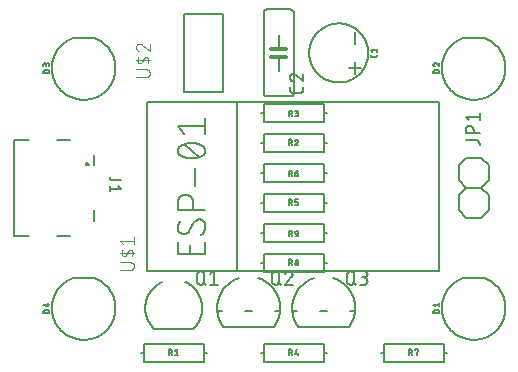
<source format=gbr>
G04 EAGLE Gerber RS-274X export*
G75*
%MOMM*%
%FSLAX34Y34*%
%LPD*%
%INSilkscreen Top*%
%IPPOS*%
%AMOC8*
5,1,8,0,0,1.08239X$1,22.5*%
G01*
%ADD10C,0.203200*%
%ADD11C,0.127000*%
%ADD12C,0.304800*%
%ADD13C,0.152400*%
%ADD14C,0.200000*%
%ADD15C,0.101600*%


D10*
X241700Y393700D02*
X241708Y394314D01*
X241730Y394927D01*
X241768Y395539D01*
X241820Y396150D01*
X241888Y396760D01*
X241971Y397368D01*
X242068Y397974D01*
X242180Y398577D01*
X242307Y399178D01*
X242449Y399775D01*
X242606Y400368D01*
X242776Y400957D01*
X242962Y401542D01*
X243161Y402122D01*
X243375Y402697D01*
X243603Y403267D01*
X243845Y403831D01*
X244100Y404389D01*
X244369Y404940D01*
X244652Y405485D01*
X244948Y406022D01*
X245257Y406553D01*
X245579Y407075D01*
X245913Y407589D01*
X246260Y408095D01*
X246620Y408592D01*
X246991Y409081D01*
X247375Y409560D01*
X247770Y410029D01*
X248176Y410489D01*
X248594Y410939D01*
X249022Y411378D01*
X249461Y411806D01*
X249911Y412224D01*
X250371Y412630D01*
X250840Y413025D01*
X251319Y413409D01*
X251808Y413780D01*
X252305Y414140D01*
X252811Y414487D01*
X253325Y414821D01*
X253847Y415143D01*
X254378Y415452D01*
X254915Y415748D01*
X255460Y416031D01*
X256011Y416300D01*
X256569Y416555D01*
X257133Y416797D01*
X257703Y417025D01*
X258278Y417239D01*
X258858Y417438D01*
X259443Y417624D01*
X260032Y417794D01*
X260625Y417951D01*
X261222Y418093D01*
X261823Y418220D01*
X262426Y418332D01*
X263032Y418429D01*
X263640Y418512D01*
X264250Y418580D01*
X264861Y418632D01*
X265473Y418670D01*
X266086Y418692D01*
X266700Y418700D01*
X267314Y418692D01*
X267927Y418670D01*
X268539Y418632D01*
X269150Y418580D01*
X269760Y418512D01*
X270368Y418429D01*
X270974Y418332D01*
X271577Y418220D01*
X272178Y418093D01*
X272775Y417951D01*
X273368Y417794D01*
X273957Y417624D01*
X274542Y417438D01*
X275122Y417239D01*
X275697Y417025D01*
X276267Y416797D01*
X276831Y416555D01*
X277389Y416300D01*
X277940Y416031D01*
X278485Y415748D01*
X279022Y415452D01*
X279553Y415143D01*
X280075Y414821D01*
X280589Y414487D01*
X281095Y414140D01*
X281592Y413780D01*
X282081Y413409D01*
X282560Y413025D01*
X283029Y412630D01*
X283489Y412224D01*
X283939Y411806D01*
X284378Y411378D01*
X284806Y410939D01*
X285224Y410489D01*
X285630Y410029D01*
X286025Y409560D01*
X286409Y409081D01*
X286780Y408592D01*
X287140Y408095D01*
X287487Y407589D01*
X287821Y407075D01*
X288143Y406553D01*
X288452Y406022D01*
X288748Y405485D01*
X289031Y404940D01*
X289300Y404389D01*
X289555Y403831D01*
X289797Y403267D01*
X290025Y402697D01*
X290239Y402122D01*
X290438Y401542D01*
X290624Y400957D01*
X290794Y400368D01*
X290951Y399775D01*
X291093Y399178D01*
X291220Y398577D01*
X291332Y397974D01*
X291429Y397368D01*
X291512Y396760D01*
X291580Y396150D01*
X291632Y395539D01*
X291670Y394927D01*
X291692Y394314D01*
X291700Y393700D01*
X291692Y393086D01*
X291670Y392473D01*
X291632Y391861D01*
X291580Y391250D01*
X291512Y390640D01*
X291429Y390032D01*
X291332Y389426D01*
X291220Y388823D01*
X291093Y388222D01*
X290951Y387625D01*
X290794Y387032D01*
X290624Y386443D01*
X290438Y385858D01*
X290239Y385278D01*
X290025Y384703D01*
X289797Y384133D01*
X289555Y383569D01*
X289300Y383011D01*
X289031Y382460D01*
X288748Y381915D01*
X288452Y381378D01*
X288143Y380847D01*
X287821Y380325D01*
X287487Y379811D01*
X287140Y379305D01*
X286780Y378808D01*
X286409Y378319D01*
X286025Y377840D01*
X285630Y377371D01*
X285224Y376911D01*
X284806Y376461D01*
X284378Y376022D01*
X283939Y375594D01*
X283489Y375176D01*
X283029Y374770D01*
X282560Y374375D01*
X282081Y373991D01*
X281592Y373620D01*
X281095Y373260D01*
X280589Y372913D01*
X280075Y372579D01*
X279553Y372257D01*
X279022Y371948D01*
X278485Y371652D01*
X277940Y371369D01*
X277389Y371100D01*
X276831Y370845D01*
X276267Y370603D01*
X275697Y370375D01*
X275122Y370161D01*
X274542Y369962D01*
X273957Y369776D01*
X273368Y369606D01*
X272775Y369449D01*
X272178Y369307D01*
X271577Y369180D01*
X270974Y369068D01*
X270368Y368971D01*
X269760Y368888D01*
X269150Y368820D01*
X268539Y368768D01*
X267927Y368730D01*
X267314Y368708D01*
X266700Y368700D01*
X266086Y368708D01*
X265473Y368730D01*
X264861Y368768D01*
X264250Y368820D01*
X263640Y368888D01*
X263032Y368971D01*
X262426Y369068D01*
X261823Y369180D01*
X261222Y369307D01*
X260625Y369449D01*
X260032Y369606D01*
X259443Y369776D01*
X258858Y369962D01*
X258278Y370161D01*
X257703Y370375D01*
X257133Y370603D01*
X256569Y370845D01*
X256011Y371100D01*
X255460Y371369D01*
X254915Y371652D01*
X254378Y371948D01*
X253847Y372257D01*
X253325Y372579D01*
X252811Y372913D01*
X252305Y373260D01*
X251808Y373620D01*
X251319Y373991D01*
X250840Y374375D01*
X250371Y374770D01*
X249911Y375176D01*
X249461Y375594D01*
X249022Y376022D01*
X248594Y376461D01*
X248176Y376911D01*
X247770Y377371D01*
X247375Y377840D01*
X246991Y378319D01*
X246620Y378808D01*
X246260Y379305D01*
X245913Y379811D01*
X245579Y380325D01*
X245257Y380847D01*
X244948Y381378D01*
X244652Y381915D01*
X244369Y382460D01*
X244100Y383011D01*
X243845Y383569D01*
X243603Y384133D01*
X243375Y384703D01*
X243161Y385278D01*
X242962Y385858D01*
X242776Y386443D01*
X242606Y387032D01*
X242449Y387625D01*
X242307Y388222D01*
X242180Y388823D01*
X242068Y389426D01*
X241971Y390032D01*
X241888Y390640D01*
X241820Y391250D01*
X241768Y391861D01*
X241730Y392473D01*
X241708Y393086D01*
X241700Y393700D01*
X280670Y401120D02*
X280670Y411280D01*
X280670Y386280D02*
X280670Y376120D01*
X285750Y381200D02*
X275590Y381200D01*
D11*
X298831Y391132D02*
X298831Y392204D01*
X298831Y391132D02*
X298829Y391067D01*
X298823Y391003D01*
X298813Y390939D01*
X298800Y390875D01*
X298782Y390813D01*
X298761Y390752D01*
X298737Y390692D01*
X298708Y390634D01*
X298676Y390577D01*
X298641Y390523D01*
X298603Y390471D01*
X298561Y390421D01*
X298517Y390374D01*
X298470Y390330D01*
X298420Y390288D01*
X298368Y390250D01*
X298314Y390215D01*
X298257Y390183D01*
X298199Y390154D01*
X298139Y390130D01*
X298078Y390109D01*
X298016Y390091D01*
X297952Y390078D01*
X297888Y390068D01*
X297824Y390062D01*
X297759Y390060D01*
X297759Y390059D02*
X295077Y390059D01*
X295012Y390061D01*
X294948Y390067D01*
X294884Y390077D01*
X294820Y390090D01*
X294758Y390108D01*
X294697Y390129D01*
X294637Y390154D01*
X294578Y390182D01*
X294522Y390214D01*
X294467Y390249D01*
X294415Y390287D01*
X294365Y390329D01*
X294318Y390373D01*
X294274Y390420D01*
X294232Y390470D01*
X294194Y390522D01*
X294159Y390577D01*
X294127Y390633D01*
X294099Y390692D01*
X294074Y390751D01*
X294053Y390813D01*
X294035Y390875D01*
X294022Y390939D01*
X294012Y391003D01*
X294006Y391067D01*
X294004Y391132D01*
X294005Y391132D02*
X294005Y392204D01*
X295077Y394660D02*
X294005Y396000D01*
X298831Y396000D01*
X298831Y394660D02*
X298831Y397341D01*
D12*
X215900Y390652D02*
X209550Y390652D01*
X215900Y390652D02*
X222250Y390652D01*
D13*
X215900Y390652D02*
X215900Y378460D01*
D12*
X215900Y397002D02*
X209550Y397002D01*
X215900Y397002D02*
X222250Y397002D01*
D13*
X215900Y397002D02*
X215900Y408940D01*
X205740Y356870D02*
X226060Y356870D01*
X228600Y359410D02*
X228600Y427990D01*
X226060Y430530D02*
X205740Y430530D01*
X203200Y427990D02*
X203200Y359410D01*
X203200Y427990D02*
X203202Y428090D01*
X203208Y428189D01*
X203218Y428289D01*
X203231Y428387D01*
X203249Y428486D01*
X203270Y428583D01*
X203295Y428679D01*
X203324Y428775D01*
X203357Y428869D01*
X203393Y428962D01*
X203433Y429053D01*
X203477Y429143D01*
X203524Y429231D01*
X203574Y429317D01*
X203628Y429401D01*
X203685Y429483D01*
X203745Y429562D01*
X203809Y429640D01*
X203875Y429714D01*
X203944Y429786D01*
X204016Y429855D01*
X204090Y429921D01*
X204168Y429985D01*
X204247Y430045D01*
X204329Y430102D01*
X204413Y430156D01*
X204499Y430206D01*
X204587Y430253D01*
X204677Y430297D01*
X204768Y430337D01*
X204861Y430373D01*
X204955Y430406D01*
X205051Y430435D01*
X205147Y430460D01*
X205244Y430481D01*
X205343Y430499D01*
X205441Y430512D01*
X205541Y430522D01*
X205640Y430528D01*
X205740Y430530D01*
X226060Y430530D02*
X226160Y430528D01*
X226259Y430522D01*
X226359Y430512D01*
X226457Y430499D01*
X226556Y430481D01*
X226653Y430460D01*
X226749Y430435D01*
X226845Y430406D01*
X226939Y430373D01*
X227032Y430337D01*
X227123Y430297D01*
X227213Y430253D01*
X227301Y430206D01*
X227387Y430156D01*
X227471Y430102D01*
X227553Y430045D01*
X227632Y429985D01*
X227710Y429921D01*
X227784Y429855D01*
X227856Y429786D01*
X227925Y429714D01*
X227991Y429640D01*
X228055Y429562D01*
X228115Y429483D01*
X228172Y429401D01*
X228226Y429317D01*
X228276Y429231D01*
X228323Y429143D01*
X228367Y429053D01*
X228407Y428962D01*
X228443Y428869D01*
X228476Y428775D01*
X228505Y428679D01*
X228530Y428583D01*
X228551Y428486D01*
X228569Y428387D01*
X228582Y428289D01*
X228592Y428189D01*
X228598Y428090D01*
X228600Y427990D01*
X228600Y359410D02*
X228598Y359310D01*
X228592Y359211D01*
X228582Y359111D01*
X228569Y359013D01*
X228551Y358914D01*
X228530Y358817D01*
X228505Y358721D01*
X228476Y358625D01*
X228443Y358531D01*
X228407Y358438D01*
X228367Y358347D01*
X228323Y358257D01*
X228276Y358169D01*
X228226Y358083D01*
X228172Y357999D01*
X228115Y357917D01*
X228055Y357838D01*
X227991Y357760D01*
X227925Y357686D01*
X227856Y357614D01*
X227784Y357545D01*
X227710Y357479D01*
X227632Y357415D01*
X227553Y357355D01*
X227471Y357298D01*
X227387Y357244D01*
X227301Y357194D01*
X227213Y357147D01*
X227123Y357103D01*
X227032Y357063D01*
X226939Y357027D01*
X226845Y356994D01*
X226749Y356965D01*
X226653Y356940D01*
X226556Y356919D01*
X226457Y356901D01*
X226359Y356888D01*
X226259Y356878D01*
X226160Y356872D01*
X226060Y356870D01*
X205740Y356870D02*
X205640Y356872D01*
X205541Y356878D01*
X205441Y356888D01*
X205343Y356901D01*
X205244Y356919D01*
X205147Y356940D01*
X205051Y356965D01*
X204955Y356994D01*
X204861Y357027D01*
X204768Y357063D01*
X204677Y357103D01*
X204587Y357147D01*
X204499Y357194D01*
X204413Y357244D01*
X204329Y357298D01*
X204247Y357355D01*
X204168Y357415D01*
X204090Y357479D01*
X204016Y357545D01*
X203944Y357614D01*
X203875Y357686D01*
X203809Y357760D01*
X203745Y357838D01*
X203685Y357917D01*
X203628Y357999D01*
X203574Y358083D01*
X203524Y358169D01*
X203477Y358257D01*
X203433Y358347D01*
X203393Y358438D01*
X203357Y358531D01*
X203324Y358625D01*
X203295Y358721D01*
X203270Y358817D01*
X203249Y358914D01*
X203231Y359013D01*
X203218Y359111D01*
X203208Y359211D01*
X203202Y359310D01*
X203200Y359410D01*
D11*
X236855Y362585D02*
X236855Y365125D01*
X236855Y362585D02*
X236853Y362485D01*
X236847Y362386D01*
X236837Y362286D01*
X236824Y362188D01*
X236806Y362089D01*
X236785Y361992D01*
X236760Y361896D01*
X236731Y361800D01*
X236698Y361706D01*
X236662Y361613D01*
X236622Y361522D01*
X236578Y361432D01*
X236531Y361344D01*
X236481Y361258D01*
X236427Y361174D01*
X236370Y361092D01*
X236310Y361013D01*
X236246Y360935D01*
X236180Y360861D01*
X236111Y360789D01*
X236039Y360720D01*
X235965Y360654D01*
X235887Y360590D01*
X235808Y360530D01*
X235726Y360473D01*
X235642Y360419D01*
X235556Y360369D01*
X235468Y360322D01*
X235378Y360278D01*
X235287Y360238D01*
X235194Y360202D01*
X235100Y360169D01*
X235004Y360140D01*
X234908Y360115D01*
X234811Y360094D01*
X234712Y360076D01*
X234614Y360063D01*
X234514Y360053D01*
X234415Y360047D01*
X234315Y360045D01*
X227965Y360045D01*
X227865Y360047D01*
X227766Y360053D01*
X227666Y360063D01*
X227568Y360076D01*
X227469Y360094D01*
X227372Y360115D01*
X227276Y360140D01*
X227180Y360169D01*
X227086Y360202D01*
X226993Y360238D01*
X226902Y360278D01*
X226812Y360322D01*
X226724Y360369D01*
X226638Y360419D01*
X226554Y360473D01*
X226472Y360530D01*
X226393Y360590D01*
X226315Y360654D01*
X226241Y360720D01*
X226169Y360789D01*
X226100Y360861D01*
X226034Y360935D01*
X225970Y361013D01*
X225910Y361092D01*
X225853Y361174D01*
X225799Y361258D01*
X225749Y361344D01*
X225702Y361432D01*
X225658Y361522D01*
X225618Y361613D01*
X225582Y361706D01*
X225549Y361800D01*
X225520Y361896D01*
X225495Y361992D01*
X225474Y362089D01*
X225456Y362188D01*
X225443Y362286D01*
X225433Y362386D01*
X225427Y362485D01*
X225425Y362585D01*
X225425Y365125D01*
X225425Y373100D02*
X225427Y373204D01*
X225433Y373309D01*
X225442Y373413D01*
X225455Y373516D01*
X225473Y373619D01*
X225493Y373721D01*
X225518Y373823D01*
X225546Y373923D01*
X225578Y374023D01*
X225614Y374121D01*
X225653Y374218D01*
X225695Y374313D01*
X225741Y374407D01*
X225791Y374499D01*
X225843Y374589D01*
X225899Y374677D01*
X225959Y374763D01*
X226021Y374847D01*
X226086Y374928D01*
X226154Y375007D01*
X226226Y375084D01*
X226299Y375157D01*
X226376Y375229D01*
X226455Y375297D01*
X226536Y375362D01*
X226620Y375424D01*
X226706Y375484D01*
X226794Y375540D01*
X226884Y375592D01*
X226976Y375642D01*
X227070Y375688D01*
X227165Y375730D01*
X227262Y375769D01*
X227360Y375805D01*
X227460Y375837D01*
X227560Y375865D01*
X227662Y375890D01*
X227764Y375910D01*
X227867Y375928D01*
X227970Y375941D01*
X228074Y375950D01*
X228179Y375956D01*
X228283Y375958D01*
X225425Y373100D02*
X225427Y372982D01*
X225433Y372863D01*
X225442Y372745D01*
X225455Y372628D01*
X225473Y372511D01*
X225493Y372394D01*
X225518Y372278D01*
X225546Y372163D01*
X225579Y372050D01*
X225614Y371937D01*
X225654Y371825D01*
X225696Y371715D01*
X225743Y371606D01*
X225793Y371498D01*
X225846Y371393D01*
X225903Y371289D01*
X225963Y371187D01*
X226026Y371087D01*
X226093Y370989D01*
X226162Y370893D01*
X226235Y370800D01*
X226311Y370709D01*
X226389Y370620D01*
X226471Y370534D01*
X226555Y370451D01*
X226641Y370370D01*
X226731Y370293D01*
X226822Y370218D01*
X226916Y370146D01*
X227013Y370077D01*
X227111Y370012D01*
X227212Y369949D01*
X227315Y369890D01*
X227419Y369834D01*
X227525Y369782D01*
X227633Y369733D01*
X227742Y369688D01*
X227853Y369646D01*
X227965Y369608D01*
X230505Y375005D02*
X230430Y375081D01*
X230351Y375156D01*
X230270Y375227D01*
X230186Y375296D01*
X230100Y375361D01*
X230012Y375423D01*
X229922Y375483D01*
X229830Y375539D01*
X229735Y375592D01*
X229639Y375641D01*
X229541Y375687D01*
X229442Y375730D01*
X229341Y375769D01*
X229239Y375804D01*
X229136Y375836D01*
X229032Y375864D01*
X228927Y375889D01*
X228820Y375910D01*
X228714Y375927D01*
X228607Y375940D01*
X228499Y375949D01*
X228391Y375955D01*
X228283Y375957D01*
X230505Y375005D02*
X236855Y369607D01*
X236855Y375957D01*
X371000Y202800D02*
X391000Y202800D01*
X391611Y202547D01*
X392215Y202279D01*
X392812Y201997D01*
X393402Y201700D01*
X393985Y201388D01*
X394560Y201062D01*
X395127Y200723D01*
X395685Y200369D01*
X396235Y200002D01*
X396775Y199621D01*
X397306Y199228D01*
X397826Y198821D01*
X398337Y198402D01*
X398838Y197970D01*
X399327Y197526D01*
X399806Y197070D01*
X400273Y196603D01*
X400729Y196125D01*
X401172Y195635D01*
X401604Y195134D01*
X402023Y194624D01*
X402430Y194103D01*
X402823Y193572D01*
X403204Y193032D01*
X403571Y192482D01*
X403924Y191924D01*
X404264Y191357D01*
X404590Y190782D01*
X404901Y190199D01*
X405198Y189609D01*
X405481Y189011D01*
X405749Y188407D01*
X406002Y187797D01*
X406239Y187180D01*
X406462Y186558D01*
X406669Y185930D01*
X406861Y185298D01*
X407037Y184661D01*
X407198Y184020D01*
X407342Y183375D01*
X407471Y182727D01*
X407584Y182076D01*
X407681Y181422D01*
X407762Y180767D01*
X407827Y180109D01*
X407875Y179450D01*
X407908Y178790D01*
X407924Y178129D01*
X407924Y177468D01*
X407908Y176808D01*
X407875Y176148D01*
X407827Y175489D01*
X407762Y174831D01*
X407681Y174175D01*
X407584Y173522D01*
X407471Y172870D01*
X407342Y172222D01*
X407197Y171578D01*
X407037Y170937D01*
X406860Y170300D01*
X406668Y169667D01*
X406461Y169040D01*
X406238Y168418D01*
X406001Y167801D01*
X405748Y167191D01*
X405480Y166586D01*
X405197Y165989D01*
X404900Y165399D01*
X404589Y164816D01*
X404263Y164241D01*
X403923Y163674D01*
X403570Y163116D01*
X403202Y162566D01*
X402822Y162026D01*
X402428Y161495D01*
X402022Y160974D01*
X401602Y160464D01*
X401171Y159963D01*
X400727Y159474D01*
X400271Y158995D01*
X399804Y158528D01*
X399325Y158072D01*
X398836Y157628D01*
X398335Y157197D01*
X397825Y156778D01*
X397304Y156371D01*
X396773Y155977D01*
X396233Y155597D01*
X395683Y155230D01*
X395125Y154876D01*
X394558Y154536D01*
X393983Y154211D01*
X393400Y153899D01*
X392810Y153602D01*
X392212Y153320D01*
X391608Y153052D01*
X390998Y152799D01*
X390381Y152561D01*
X389759Y152338D01*
X389132Y152131D01*
X388499Y151939D01*
X387862Y151763D01*
X387221Y151603D01*
X386577Y151458D01*
X385928Y151329D01*
X385277Y151216D01*
X384624Y151119D01*
X383968Y151038D01*
X383310Y150973D01*
X382651Y150925D01*
X381991Y150892D01*
X381330Y150876D01*
X380670Y150876D01*
X380009Y150892D01*
X379349Y150925D01*
X378690Y150973D01*
X378032Y151038D01*
X377376Y151119D01*
X376723Y151216D01*
X376072Y151329D01*
X375423Y151458D01*
X374779Y151603D01*
X374138Y151763D01*
X373501Y151939D01*
X372868Y152131D01*
X372241Y152338D01*
X371619Y152561D01*
X371002Y152799D01*
X370392Y153052D01*
X369788Y153320D01*
X369190Y153602D01*
X368600Y153899D01*
X368017Y154211D01*
X367442Y154536D01*
X366875Y154876D01*
X366317Y155230D01*
X365767Y155597D01*
X365227Y155977D01*
X364696Y156371D01*
X364175Y156778D01*
X363665Y157197D01*
X363164Y157628D01*
X362675Y158072D01*
X362196Y158528D01*
X361729Y158995D01*
X361273Y159474D01*
X360829Y159963D01*
X360398Y160464D01*
X359978Y160974D01*
X359572Y161495D01*
X359178Y162026D01*
X358798Y162566D01*
X358430Y163116D01*
X358077Y163674D01*
X357737Y164241D01*
X357411Y164816D01*
X357100Y165399D01*
X356803Y165989D01*
X356520Y166586D01*
X356252Y167191D01*
X355999Y167801D01*
X355762Y168418D01*
X355539Y169040D01*
X355332Y169667D01*
X355140Y170300D01*
X354963Y170937D01*
X354803Y171578D01*
X354658Y172222D01*
X354529Y172870D01*
X354416Y173522D01*
X354319Y174175D01*
X354238Y174831D01*
X354173Y175489D01*
X354125Y176148D01*
X354092Y176808D01*
X354076Y177468D01*
X354076Y178129D01*
X354092Y178790D01*
X354125Y179450D01*
X354173Y180109D01*
X354238Y180767D01*
X354319Y181422D01*
X354416Y182076D01*
X354529Y182727D01*
X354658Y183375D01*
X354802Y184020D01*
X354963Y184661D01*
X355139Y185298D01*
X355331Y185930D01*
X355538Y186558D01*
X355761Y187180D01*
X355998Y187797D01*
X356251Y188407D01*
X356519Y189011D01*
X356802Y189609D01*
X357099Y190199D01*
X357410Y190782D01*
X357736Y191357D01*
X358076Y191924D01*
X358429Y192482D01*
X358796Y193032D01*
X359177Y193572D01*
X359570Y194103D01*
X359977Y194624D01*
X360396Y195134D01*
X360828Y195635D01*
X361271Y196125D01*
X361727Y196603D01*
X362194Y197070D01*
X362673Y197526D01*
X363162Y197970D01*
X363663Y198402D01*
X364174Y198821D01*
X364694Y199228D01*
X365225Y199621D01*
X365765Y200002D01*
X366315Y200369D01*
X366873Y200723D01*
X367440Y201062D01*
X368015Y201388D01*
X368598Y201700D01*
X369188Y201997D01*
X369785Y202279D01*
X370389Y202547D01*
X371000Y202800D01*
X351790Y173625D02*
X346964Y173625D01*
X346964Y174965D01*
X346966Y175035D01*
X346971Y175105D01*
X346981Y175175D01*
X346993Y175244D01*
X347010Y175312D01*
X347030Y175379D01*
X347053Y175446D01*
X347080Y175510D01*
X347110Y175574D01*
X347144Y175636D01*
X347180Y175695D01*
X347220Y175753D01*
X347263Y175809D01*
X347308Y175862D01*
X347357Y175913D01*
X347408Y175962D01*
X347461Y176007D01*
X347517Y176050D01*
X347575Y176090D01*
X347635Y176126D01*
X347696Y176160D01*
X347760Y176190D01*
X347824Y176217D01*
X347891Y176240D01*
X347958Y176260D01*
X348026Y176277D01*
X348095Y176289D01*
X348165Y176299D01*
X348235Y176304D01*
X348305Y176306D01*
X350449Y176306D01*
X350519Y176304D01*
X350589Y176299D01*
X350659Y176289D01*
X350728Y176277D01*
X350796Y176260D01*
X350863Y176240D01*
X350930Y176217D01*
X350994Y176190D01*
X351058Y176160D01*
X351120Y176126D01*
X351179Y176090D01*
X351237Y176050D01*
X351293Y176007D01*
X351346Y175962D01*
X351397Y175913D01*
X351446Y175862D01*
X351491Y175809D01*
X351534Y175753D01*
X351574Y175695D01*
X351610Y175635D01*
X351644Y175574D01*
X351674Y175510D01*
X351701Y175446D01*
X351724Y175379D01*
X351744Y175312D01*
X351761Y175244D01*
X351773Y175175D01*
X351783Y175105D01*
X351788Y175035D01*
X351790Y174965D01*
X351790Y173625D01*
X348036Y179294D02*
X346964Y180635D01*
X351790Y180635D01*
X351790Y181975D02*
X351790Y179294D01*
X371000Y406000D02*
X391000Y406000D01*
X391611Y405747D01*
X392215Y405479D01*
X392812Y405197D01*
X393402Y404900D01*
X393985Y404588D01*
X394560Y404262D01*
X395127Y403923D01*
X395685Y403569D01*
X396235Y403202D01*
X396775Y402821D01*
X397306Y402428D01*
X397826Y402021D01*
X398337Y401602D01*
X398838Y401170D01*
X399327Y400726D01*
X399806Y400270D01*
X400273Y399803D01*
X400729Y399325D01*
X401172Y398835D01*
X401604Y398334D01*
X402023Y397824D01*
X402430Y397303D01*
X402823Y396772D01*
X403204Y396232D01*
X403571Y395682D01*
X403924Y395124D01*
X404264Y394557D01*
X404590Y393982D01*
X404901Y393399D01*
X405198Y392809D01*
X405481Y392211D01*
X405749Y391607D01*
X406002Y390997D01*
X406239Y390380D01*
X406462Y389758D01*
X406669Y389130D01*
X406861Y388498D01*
X407037Y387861D01*
X407198Y387220D01*
X407342Y386575D01*
X407471Y385927D01*
X407584Y385276D01*
X407681Y384622D01*
X407762Y383967D01*
X407827Y383309D01*
X407875Y382650D01*
X407908Y381990D01*
X407924Y381329D01*
X407924Y380668D01*
X407908Y380008D01*
X407875Y379348D01*
X407827Y378689D01*
X407762Y378031D01*
X407681Y377375D01*
X407584Y376722D01*
X407471Y376070D01*
X407342Y375422D01*
X407197Y374778D01*
X407037Y374137D01*
X406860Y373500D01*
X406668Y372867D01*
X406461Y372240D01*
X406238Y371618D01*
X406001Y371001D01*
X405748Y370391D01*
X405480Y369786D01*
X405197Y369189D01*
X404900Y368599D01*
X404589Y368016D01*
X404263Y367441D01*
X403923Y366874D01*
X403570Y366316D01*
X403202Y365766D01*
X402822Y365226D01*
X402428Y364695D01*
X402022Y364174D01*
X401602Y363664D01*
X401171Y363163D01*
X400727Y362674D01*
X400271Y362195D01*
X399804Y361728D01*
X399325Y361272D01*
X398836Y360828D01*
X398335Y360397D01*
X397825Y359978D01*
X397304Y359571D01*
X396773Y359177D01*
X396233Y358797D01*
X395683Y358430D01*
X395125Y358076D01*
X394558Y357736D01*
X393983Y357411D01*
X393400Y357099D01*
X392810Y356802D01*
X392212Y356520D01*
X391608Y356252D01*
X390998Y355999D01*
X390381Y355761D01*
X389759Y355538D01*
X389132Y355331D01*
X388499Y355139D01*
X387862Y354963D01*
X387221Y354803D01*
X386577Y354658D01*
X385928Y354529D01*
X385277Y354416D01*
X384624Y354319D01*
X383968Y354238D01*
X383310Y354173D01*
X382651Y354125D01*
X381991Y354092D01*
X381330Y354076D01*
X380670Y354076D01*
X380009Y354092D01*
X379349Y354125D01*
X378690Y354173D01*
X378032Y354238D01*
X377376Y354319D01*
X376723Y354416D01*
X376072Y354529D01*
X375423Y354658D01*
X374779Y354803D01*
X374138Y354963D01*
X373501Y355139D01*
X372868Y355331D01*
X372241Y355538D01*
X371619Y355761D01*
X371002Y355999D01*
X370392Y356252D01*
X369788Y356520D01*
X369190Y356802D01*
X368600Y357099D01*
X368017Y357411D01*
X367442Y357736D01*
X366875Y358076D01*
X366317Y358430D01*
X365767Y358797D01*
X365227Y359177D01*
X364696Y359571D01*
X364175Y359978D01*
X363665Y360397D01*
X363164Y360828D01*
X362675Y361272D01*
X362196Y361728D01*
X361729Y362195D01*
X361273Y362674D01*
X360829Y363163D01*
X360398Y363664D01*
X359978Y364174D01*
X359572Y364695D01*
X359178Y365226D01*
X358798Y365766D01*
X358430Y366316D01*
X358077Y366874D01*
X357737Y367441D01*
X357411Y368016D01*
X357100Y368599D01*
X356803Y369189D01*
X356520Y369786D01*
X356252Y370391D01*
X355999Y371001D01*
X355762Y371618D01*
X355539Y372240D01*
X355332Y372867D01*
X355140Y373500D01*
X354963Y374137D01*
X354803Y374778D01*
X354658Y375422D01*
X354529Y376070D01*
X354416Y376722D01*
X354319Y377375D01*
X354238Y378031D01*
X354173Y378689D01*
X354125Y379348D01*
X354092Y380008D01*
X354076Y380668D01*
X354076Y381329D01*
X354092Y381990D01*
X354125Y382650D01*
X354173Y383309D01*
X354238Y383967D01*
X354319Y384622D01*
X354416Y385276D01*
X354529Y385927D01*
X354658Y386575D01*
X354802Y387220D01*
X354963Y387861D01*
X355139Y388498D01*
X355331Y389130D01*
X355538Y389758D01*
X355761Y390380D01*
X355998Y390997D01*
X356251Y391607D01*
X356519Y392211D01*
X356802Y392809D01*
X357099Y393399D01*
X357410Y393982D01*
X357736Y394557D01*
X358076Y395124D01*
X358429Y395682D01*
X358796Y396232D01*
X359177Y396772D01*
X359570Y397303D01*
X359977Y397824D01*
X360396Y398334D01*
X360828Y398835D01*
X361271Y399325D01*
X361727Y399803D01*
X362194Y400270D01*
X362673Y400726D01*
X363162Y401170D01*
X363663Y401602D01*
X364174Y402021D01*
X364694Y402428D01*
X365225Y402821D01*
X365765Y403202D01*
X366315Y403569D01*
X366873Y403923D01*
X367440Y404262D01*
X368015Y404588D01*
X368598Y404900D01*
X369188Y405197D01*
X369785Y405479D01*
X370389Y405747D01*
X371000Y406000D01*
X351790Y376825D02*
X346964Y376825D01*
X346964Y378165D01*
X346966Y378235D01*
X346971Y378305D01*
X346981Y378375D01*
X346993Y378444D01*
X347010Y378512D01*
X347030Y378579D01*
X347053Y378646D01*
X347080Y378710D01*
X347110Y378774D01*
X347144Y378836D01*
X347180Y378895D01*
X347220Y378953D01*
X347263Y379009D01*
X347308Y379062D01*
X347357Y379113D01*
X347408Y379162D01*
X347461Y379207D01*
X347517Y379250D01*
X347575Y379290D01*
X347635Y379326D01*
X347696Y379360D01*
X347760Y379390D01*
X347824Y379417D01*
X347891Y379440D01*
X347958Y379460D01*
X348026Y379477D01*
X348095Y379489D01*
X348165Y379499D01*
X348235Y379504D01*
X348305Y379506D01*
X350449Y379506D01*
X350519Y379504D01*
X350589Y379499D01*
X350659Y379489D01*
X350728Y379477D01*
X350796Y379460D01*
X350863Y379440D01*
X350930Y379417D01*
X350994Y379390D01*
X351058Y379360D01*
X351120Y379326D01*
X351179Y379290D01*
X351237Y379250D01*
X351293Y379207D01*
X351346Y379162D01*
X351397Y379113D01*
X351446Y379062D01*
X351491Y379009D01*
X351534Y378953D01*
X351574Y378895D01*
X351610Y378835D01*
X351644Y378774D01*
X351674Y378710D01*
X351701Y378646D01*
X351724Y378579D01*
X351744Y378512D01*
X351761Y378444D01*
X351773Y378375D01*
X351783Y378305D01*
X351788Y378235D01*
X351790Y378165D01*
X351790Y376825D01*
X346964Y383969D02*
X346966Y384037D01*
X346972Y384104D01*
X346981Y384171D01*
X346994Y384238D01*
X347011Y384303D01*
X347032Y384368D01*
X347056Y384431D01*
X347084Y384493D01*
X347115Y384553D01*
X347149Y384611D01*
X347187Y384667D01*
X347227Y384722D01*
X347271Y384773D01*
X347318Y384822D01*
X347367Y384869D01*
X347418Y384913D01*
X347473Y384953D01*
X347529Y384991D01*
X347587Y385025D01*
X347647Y385056D01*
X347709Y385084D01*
X347772Y385108D01*
X347837Y385129D01*
X347902Y385146D01*
X347969Y385159D01*
X348036Y385168D01*
X348103Y385174D01*
X348171Y385176D01*
X346964Y383969D02*
X346966Y383891D01*
X346972Y383813D01*
X346982Y383736D01*
X346995Y383659D01*
X347013Y383583D01*
X347034Y383508D01*
X347059Y383434D01*
X347088Y383362D01*
X347120Y383291D01*
X347156Y383222D01*
X347195Y383154D01*
X347238Y383089D01*
X347284Y383026D01*
X347333Y382965D01*
X347385Y382907D01*
X347440Y382852D01*
X347497Y382799D01*
X347557Y382750D01*
X347620Y382703D01*
X347685Y382660D01*
X347751Y382620D01*
X347820Y382583D01*
X347891Y382550D01*
X347963Y382520D01*
X348037Y382494D01*
X349109Y384773D02*
X349060Y384822D01*
X349008Y384869D01*
X348953Y384912D01*
X348896Y384953D01*
X348837Y384991D01*
X348776Y385025D01*
X348713Y385056D01*
X348649Y385084D01*
X348583Y385108D01*
X348517Y385128D01*
X348449Y385145D01*
X348380Y385158D01*
X348311Y385167D01*
X348241Y385173D01*
X348171Y385175D01*
X349109Y384773D02*
X351790Y382494D01*
X351790Y385175D01*
X60800Y406000D02*
X40800Y406000D01*
X40189Y405747D01*
X39585Y405479D01*
X38988Y405197D01*
X38398Y404900D01*
X37815Y404588D01*
X37240Y404262D01*
X36673Y403923D01*
X36115Y403569D01*
X35565Y403202D01*
X35025Y402821D01*
X34494Y402428D01*
X33974Y402021D01*
X33463Y401602D01*
X32962Y401170D01*
X32473Y400726D01*
X31994Y400270D01*
X31527Y399803D01*
X31071Y399325D01*
X30628Y398835D01*
X30196Y398334D01*
X29777Y397824D01*
X29370Y397303D01*
X28977Y396772D01*
X28596Y396232D01*
X28229Y395682D01*
X27876Y395124D01*
X27536Y394557D01*
X27210Y393982D01*
X26899Y393399D01*
X26602Y392809D01*
X26319Y392211D01*
X26051Y391607D01*
X25798Y390997D01*
X25561Y390380D01*
X25338Y389758D01*
X25131Y389130D01*
X24939Y388498D01*
X24763Y387861D01*
X24602Y387220D01*
X24458Y386575D01*
X24329Y385927D01*
X24216Y385276D01*
X24119Y384622D01*
X24038Y383967D01*
X23973Y383309D01*
X23925Y382650D01*
X23892Y381990D01*
X23876Y381329D01*
X23876Y380668D01*
X23892Y380008D01*
X23925Y379348D01*
X23973Y378689D01*
X24038Y378031D01*
X24119Y377375D01*
X24216Y376722D01*
X24329Y376070D01*
X24458Y375422D01*
X24603Y374778D01*
X24763Y374137D01*
X24940Y373500D01*
X25132Y372867D01*
X25339Y372240D01*
X25562Y371618D01*
X25799Y371001D01*
X26052Y370391D01*
X26320Y369786D01*
X26603Y369189D01*
X26900Y368599D01*
X27211Y368016D01*
X27537Y367441D01*
X27877Y366874D01*
X28230Y366316D01*
X28598Y365766D01*
X28978Y365226D01*
X29372Y364695D01*
X29778Y364174D01*
X30198Y363664D01*
X30629Y363163D01*
X31073Y362674D01*
X31529Y362195D01*
X31996Y361728D01*
X32475Y361272D01*
X32964Y360828D01*
X33465Y360397D01*
X33975Y359978D01*
X34496Y359571D01*
X35027Y359177D01*
X35567Y358797D01*
X36117Y358430D01*
X36675Y358076D01*
X37242Y357736D01*
X37817Y357411D01*
X38400Y357099D01*
X38990Y356802D01*
X39588Y356520D01*
X40192Y356252D01*
X40802Y355999D01*
X41419Y355761D01*
X42041Y355538D01*
X42668Y355331D01*
X43301Y355139D01*
X43938Y354963D01*
X44579Y354803D01*
X45223Y354658D01*
X45872Y354529D01*
X46523Y354416D01*
X47176Y354319D01*
X47832Y354238D01*
X48490Y354173D01*
X49149Y354125D01*
X49809Y354092D01*
X50470Y354076D01*
X51130Y354076D01*
X51791Y354092D01*
X52451Y354125D01*
X53110Y354173D01*
X53768Y354238D01*
X54424Y354319D01*
X55077Y354416D01*
X55728Y354529D01*
X56377Y354658D01*
X57021Y354803D01*
X57662Y354963D01*
X58299Y355139D01*
X58932Y355331D01*
X59559Y355538D01*
X60181Y355761D01*
X60798Y355999D01*
X61408Y356252D01*
X62012Y356520D01*
X62610Y356802D01*
X63200Y357099D01*
X63783Y357411D01*
X64358Y357736D01*
X64925Y358076D01*
X65483Y358430D01*
X66033Y358797D01*
X66573Y359177D01*
X67104Y359571D01*
X67625Y359978D01*
X68135Y360397D01*
X68636Y360828D01*
X69125Y361272D01*
X69604Y361728D01*
X70071Y362195D01*
X70527Y362674D01*
X70971Y363163D01*
X71402Y363664D01*
X71822Y364174D01*
X72228Y364695D01*
X72622Y365226D01*
X73002Y365766D01*
X73370Y366316D01*
X73723Y366874D01*
X74063Y367441D01*
X74389Y368016D01*
X74700Y368599D01*
X74997Y369189D01*
X75280Y369786D01*
X75548Y370391D01*
X75801Y371001D01*
X76038Y371618D01*
X76261Y372240D01*
X76468Y372867D01*
X76660Y373500D01*
X76837Y374137D01*
X76997Y374778D01*
X77142Y375422D01*
X77271Y376070D01*
X77384Y376722D01*
X77481Y377375D01*
X77562Y378031D01*
X77627Y378689D01*
X77675Y379348D01*
X77708Y380008D01*
X77724Y380668D01*
X77724Y381329D01*
X77708Y381990D01*
X77675Y382650D01*
X77627Y383309D01*
X77562Y383967D01*
X77481Y384622D01*
X77384Y385276D01*
X77271Y385927D01*
X77142Y386575D01*
X76998Y387220D01*
X76837Y387861D01*
X76661Y388498D01*
X76469Y389130D01*
X76262Y389758D01*
X76039Y390380D01*
X75802Y390997D01*
X75549Y391607D01*
X75281Y392211D01*
X74998Y392809D01*
X74701Y393399D01*
X74390Y393982D01*
X74064Y394557D01*
X73724Y395124D01*
X73371Y395682D01*
X73004Y396232D01*
X72623Y396772D01*
X72230Y397303D01*
X71823Y397824D01*
X71404Y398334D01*
X70972Y398835D01*
X70529Y399325D01*
X70073Y399803D01*
X69606Y400270D01*
X69127Y400726D01*
X68638Y401170D01*
X68137Y401602D01*
X67626Y402021D01*
X67106Y402428D01*
X66575Y402821D01*
X66035Y403202D01*
X65485Y403569D01*
X64927Y403923D01*
X64360Y404262D01*
X63785Y404588D01*
X63202Y404900D01*
X62612Y405197D01*
X62015Y405479D01*
X61411Y405747D01*
X60800Y406000D01*
X21590Y376825D02*
X16764Y376825D01*
X16764Y378165D01*
X16766Y378235D01*
X16771Y378305D01*
X16781Y378375D01*
X16793Y378444D01*
X16810Y378512D01*
X16830Y378579D01*
X16853Y378646D01*
X16880Y378710D01*
X16910Y378774D01*
X16944Y378836D01*
X16980Y378895D01*
X17020Y378953D01*
X17063Y379009D01*
X17108Y379062D01*
X17157Y379113D01*
X17208Y379162D01*
X17261Y379207D01*
X17317Y379250D01*
X17375Y379290D01*
X17435Y379326D01*
X17496Y379360D01*
X17560Y379390D01*
X17624Y379417D01*
X17691Y379440D01*
X17758Y379460D01*
X17826Y379477D01*
X17895Y379489D01*
X17965Y379499D01*
X18035Y379504D01*
X18105Y379506D01*
X20249Y379506D01*
X20319Y379504D01*
X20389Y379499D01*
X20459Y379489D01*
X20528Y379477D01*
X20596Y379460D01*
X20663Y379440D01*
X20730Y379417D01*
X20794Y379390D01*
X20858Y379360D01*
X20920Y379326D01*
X20979Y379290D01*
X21037Y379250D01*
X21093Y379207D01*
X21146Y379162D01*
X21197Y379113D01*
X21246Y379062D01*
X21291Y379009D01*
X21334Y378953D01*
X21374Y378895D01*
X21410Y378835D01*
X21444Y378774D01*
X21474Y378710D01*
X21501Y378646D01*
X21524Y378579D01*
X21544Y378512D01*
X21561Y378444D01*
X21573Y378375D01*
X21583Y378305D01*
X21588Y378235D01*
X21590Y378165D01*
X21590Y376825D01*
X21590Y382494D02*
X21590Y383835D01*
X21588Y383906D01*
X21582Y383978D01*
X21573Y384048D01*
X21560Y384118D01*
X21543Y384188D01*
X21522Y384256D01*
X21498Y384323D01*
X21470Y384389D01*
X21439Y384453D01*
X21404Y384516D01*
X21366Y384576D01*
X21325Y384635D01*
X21281Y384691D01*
X21234Y384745D01*
X21185Y384796D01*
X21132Y384844D01*
X21077Y384890D01*
X21020Y384932D01*
X20960Y384972D01*
X20899Y385008D01*
X20835Y385041D01*
X20770Y385070D01*
X20704Y385096D01*
X20636Y385119D01*
X20567Y385138D01*
X20497Y385153D01*
X20427Y385164D01*
X20356Y385172D01*
X20285Y385176D01*
X20213Y385176D01*
X20142Y385172D01*
X20071Y385164D01*
X20001Y385153D01*
X19931Y385138D01*
X19862Y385119D01*
X19794Y385096D01*
X19728Y385070D01*
X19663Y385041D01*
X19599Y385008D01*
X19538Y384972D01*
X19478Y384932D01*
X19421Y384890D01*
X19366Y384844D01*
X19313Y384796D01*
X19264Y384745D01*
X19217Y384691D01*
X19173Y384635D01*
X19132Y384576D01*
X19094Y384516D01*
X19059Y384453D01*
X19028Y384389D01*
X19000Y384323D01*
X18976Y384256D01*
X18955Y384188D01*
X18938Y384118D01*
X18925Y384048D01*
X18916Y383978D01*
X18910Y383906D01*
X18908Y383835D01*
X16764Y384103D02*
X16764Y382494D01*
X16764Y384103D02*
X16766Y384168D01*
X16772Y384232D01*
X16782Y384296D01*
X16795Y384360D01*
X16813Y384422D01*
X16834Y384483D01*
X16858Y384543D01*
X16887Y384601D01*
X16919Y384658D01*
X16954Y384712D01*
X16992Y384764D01*
X17034Y384814D01*
X17078Y384861D01*
X17125Y384905D01*
X17175Y384947D01*
X17227Y384985D01*
X17281Y385020D01*
X17338Y385052D01*
X17396Y385081D01*
X17456Y385105D01*
X17517Y385126D01*
X17579Y385144D01*
X17643Y385157D01*
X17707Y385167D01*
X17771Y385173D01*
X17836Y385175D01*
X17901Y385173D01*
X17965Y385167D01*
X18029Y385157D01*
X18093Y385144D01*
X18155Y385126D01*
X18216Y385105D01*
X18276Y385081D01*
X18334Y385052D01*
X18391Y385020D01*
X18445Y384985D01*
X18497Y384947D01*
X18547Y384905D01*
X18594Y384861D01*
X18638Y384814D01*
X18680Y384764D01*
X18718Y384712D01*
X18753Y384658D01*
X18785Y384601D01*
X18814Y384543D01*
X18838Y384483D01*
X18859Y384422D01*
X18877Y384360D01*
X18890Y384296D01*
X18900Y384232D01*
X18906Y384168D01*
X18908Y384103D01*
X18909Y384103D02*
X18909Y383030D01*
X40800Y202800D02*
X60800Y202800D01*
X61411Y202547D01*
X62015Y202279D01*
X62612Y201997D01*
X63202Y201700D01*
X63785Y201388D01*
X64360Y201062D01*
X64927Y200723D01*
X65485Y200369D01*
X66035Y200002D01*
X66575Y199621D01*
X67106Y199228D01*
X67626Y198821D01*
X68137Y198402D01*
X68638Y197970D01*
X69127Y197526D01*
X69606Y197070D01*
X70073Y196603D01*
X70529Y196125D01*
X70972Y195635D01*
X71404Y195134D01*
X71823Y194624D01*
X72230Y194103D01*
X72623Y193572D01*
X73004Y193032D01*
X73371Y192482D01*
X73724Y191924D01*
X74064Y191357D01*
X74390Y190782D01*
X74701Y190199D01*
X74998Y189609D01*
X75281Y189011D01*
X75549Y188407D01*
X75802Y187797D01*
X76039Y187180D01*
X76262Y186558D01*
X76469Y185930D01*
X76661Y185298D01*
X76837Y184661D01*
X76998Y184020D01*
X77142Y183375D01*
X77271Y182727D01*
X77384Y182076D01*
X77481Y181422D01*
X77562Y180767D01*
X77627Y180109D01*
X77675Y179450D01*
X77708Y178790D01*
X77724Y178129D01*
X77724Y177468D01*
X77708Y176808D01*
X77675Y176148D01*
X77627Y175489D01*
X77562Y174831D01*
X77481Y174175D01*
X77384Y173522D01*
X77271Y172870D01*
X77142Y172222D01*
X76997Y171578D01*
X76837Y170937D01*
X76660Y170300D01*
X76468Y169667D01*
X76261Y169040D01*
X76038Y168418D01*
X75801Y167801D01*
X75548Y167191D01*
X75280Y166586D01*
X74997Y165989D01*
X74700Y165399D01*
X74389Y164816D01*
X74063Y164241D01*
X73723Y163674D01*
X73370Y163116D01*
X73002Y162566D01*
X72622Y162026D01*
X72228Y161495D01*
X71822Y160974D01*
X71402Y160464D01*
X70971Y159963D01*
X70527Y159474D01*
X70071Y158995D01*
X69604Y158528D01*
X69125Y158072D01*
X68636Y157628D01*
X68135Y157197D01*
X67625Y156778D01*
X67104Y156371D01*
X66573Y155977D01*
X66033Y155597D01*
X65483Y155230D01*
X64925Y154876D01*
X64358Y154536D01*
X63783Y154211D01*
X63200Y153899D01*
X62610Y153602D01*
X62012Y153320D01*
X61408Y153052D01*
X60798Y152799D01*
X60181Y152561D01*
X59559Y152338D01*
X58932Y152131D01*
X58299Y151939D01*
X57662Y151763D01*
X57021Y151603D01*
X56377Y151458D01*
X55728Y151329D01*
X55077Y151216D01*
X54424Y151119D01*
X53768Y151038D01*
X53110Y150973D01*
X52451Y150925D01*
X51791Y150892D01*
X51130Y150876D01*
X50470Y150876D01*
X49809Y150892D01*
X49149Y150925D01*
X48490Y150973D01*
X47832Y151038D01*
X47176Y151119D01*
X46523Y151216D01*
X45872Y151329D01*
X45223Y151458D01*
X44579Y151603D01*
X43938Y151763D01*
X43301Y151939D01*
X42668Y152131D01*
X42041Y152338D01*
X41419Y152561D01*
X40802Y152799D01*
X40192Y153052D01*
X39588Y153320D01*
X38990Y153602D01*
X38400Y153899D01*
X37817Y154211D01*
X37242Y154536D01*
X36675Y154876D01*
X36117Y155230D01*
X35567Y155597D01*
X35027Y155977D01*
X34496Y156371D01*
X33975Y156778D01*
X33465Y157197D01*
X32964Y157628D01*
X32475Y158072D01*
X31996Y158528D01*
X31529Y158995D01*
X31073Y159474D01*
X30629Y159963D01*
X30198Y160464D01*
X29778Y160974D01*
X29372Y161495D01*
X28978Y162026D01*
X28598Y162566D01*
X28230Y163116D01*
X27877Y163674D01*
X27537Y164241D01*
X27211Y164816D01*
X26900Y165399D01*
X26603Y165989D01*
X26320Y166586D01*
X26052Y167191D01*
X25799Y167801D01*
X25562Y168418D01*
X25339Y169040D01*
X25132Y169667D01*
X24940Y170300D01*
X24763Y170937D01*
X24603Y171578D01*
X24458Y172222D01*
X24329Y172870D01*
X24216Y173522D01*
X24119Y174175D01*
X24038Y174831D01*
X23973Y175489D01*
X23925Y176148D01*
X23892Y176808D01*
X23876Y177468D01*
X23876Y178129D01*
X23892Y178790D01*
X23925Y179450D01*
X23973Y180109D01*
X24038Y180767D01*
X24119Y181422D01*
X24216Y182076D01*
X24329Y182727D01*
X24458Y183375D01*
X24602Y184020D01*
X24763Y184661D01*
X24939Y185298D01*
X25131Y185930D01*
X25338Y186558D01*
X25561Y187180D01*
X25798Y187797D01*
X26051Y188407D01*
X26319Y189011D01*
X26602Y189609D01*
X26899Y190199D01*
X27210Y190782D01*
X27536Y191357D01*
X27876Y191924D01*
X28229Y192482D01*
X28596Y193032D01*
X28977Y193572D01*
X29370Y194103D01*
X29777Y194624D01*
X30196Y195134D01*
X30628Y195635D01*
X31071Y196125D01*
X31527Y196603D01*
X31994Y197070D01*
X32473Y197526D01*
X32962Y197970D01*
X33463Y198402D01*
X33974Y198821D01*
X34494Y199228D01*
X35025Y199621D01*
X35565Y200002D01*
X36115Y200369D01*
X36673Y200723D01*
X37240Y201062D01*
X37815Y201388D01*
X38398Y201700D01*
X38988Y201997D01*
X39585Y202279D01*
X40189Y202547D01*
X40800Y202800D01*
X21590Y173625D02*
X16764Y173625D01*
X16764Y174965D01*
X16766Y175035D01*
X16771Y175105D01*
X16781Y175175D01*
X16793Y175244D01*
X16810Y175312D01*
X16830Y175379D01*
X16853Y175446D01*
X16880Y175510D01*
X16910Y175574D01*
X16944Y175636D01*
X16980Y175695D01*
X17020Y175753D01*
X17063Y175809D01*
X17108Y175862D01*
X17157Y175913D01*
X17208Y175962D01*
X17261Y176007D01*
X17317Y176050D01*
X17375Y176090D01*
X17435Y176126D01*
X17496Y176160D01*
X17560Y176190D01*
X17624Y176217D01*
X17691Y176240D01*
X17758Y176260D01*
X17826Y176277D01*
X17895Y176289D01*
X17965Y176299D01*
X18035Y176304D01*
X18105Y176306D01*
X20249Y176306D01*
X20319Y176304D01*
X20389Y176299D01*
X20459Y176289D01*
X20528Y176277D01*
X20596Y176260D01*
X20663Y176240D01*
X20730Y176217D01*
X20794Y176190D01*
X20858Y176160D01*
X20920Y176126D01*
X20979Y176090D01*
X21037Y176050D01*
X21093Y176007D01*
X21146Y175962D01*
X21197Y175913D01*
X21246Y175862D01*
X21291Y175809D01*
X21334Y175753D01*
X21374Y175695D01*
X21410Y175635D01*
X21444Y175574D01*
X21474Y175510D01*
X21501Y175446D01*
X21524Y175379D01*
X21544Y175312D01*
X21561Y175244D01*
X21573Y175175D01*
X21583Y175105D01*
X21588Y175035D01*
X21590Y174965D01*
X21590Y173625D01*
X20518Y179294D02*
X16764Y180367D01*
X20518Y179294D02*
X20518Y181975D01*
X19445Y181171D02*
X21590Y181171D01*
D14*
X59400Y298400D02*
X59400Y307400D01*
X59400Y260400D02*
X59400Y251400D01*
X39400Y320400D02*
X28400Y320400D01*
X28400Y238400D02*
X39400Y238400D01*
X4400Y320400D02*
X-8600Y320400D01*
X-8600Y238400D01*
X4400Y238400D01*
X52900Y299400D02*
X52902Y299463D01*
X52908Y299525D01*
X52918Y299587D01*
X52931Y299649D01*
X52949Y299709D01*
X52970Y299768D01*
X52995Y299826D01*
X53024Y299882D01*
X53056Y299936D01*
X53091Y299988D01*
X53129Y300037D01*
X53171Y300085D01*
X53215Y300129D01*
X53263Y300171D01*
X53312Y300209D01*
X53364Y300244D01*
X53418Y300276D01*
X53474Y300305D01*
X53532Y300330D01*
X53591Y300351D01*
X53651Y300369D01*
X53713Y300382D01*
X53775Y300392D01*
X53837Y300398D01*
X53900Y300400D01*
X53963Y300398D01*
X54025Y300392D01*
X54087Y300382D01*
X54149Y300369D01*
X54209Y300351D01*
X54268Y300330D01*
X54326Y300305D01*
X54382Y300276D01*
X54436Y300244D01*
X54488Y300209D01*
X54537Y300171D01*
X54585Y300129D01*
X54629Y300085D01*
X54671Y300037D01*
X54709Y299988D01*
X54744Y299936D01*
X54776Y299882D01*
X54805Y299826D01*
X54830Y299768D01*
X54851Y299709D01*
X54869Y299649D01*
X54882Y299587D01*
X54892Y299525D01*
X54898Y299463D01*
X54900Y299400D01*
X54898Y299337D01*
X54892Y299275D01*
X54882Y299213D01*
X54869Y299151D01*
X54851Y299091D01*
X54830Y299032D01*
X54805Y298974D01*
X54776Y298918D01*
X54744Y298864D01*
X54709Y298812D01*
X54671Y298763D01*
X54629Y298715D01*
X54585Y298671D01*
X54537Y298629D01*
X54488Y298591D01*
X54436Y298556D01*
X54382Y298524D01*
X54326Y298495D01*
X54268Y298470D01*
X54209Y298449D01*
X54149Y298431D01*
X54087Y298418D01*
X54025Y298408D01*
X53963Y298402D01*
X53900Y298400D01*
X53837Y298402D01*
X53775Y298408D01*
X53713Y298418D01*
X53651Y298431D01*
X53591Y298449D01*
X53532Y298470D01*
X53474Y298495D01*
X53418Y298524D01*
X53364Y298556D01*
X53312Y298591D01*
X53263Y298629D01*
X53215Y298671D01*
X53171Y298715D01*
X53129Y298763D01*
X53091Y298812D01*
X53056Y298864D01*
X53024Y298918D01*
X52995Y298974D01*
X52970Y299032D01*
X52949Y299091D01*
X52931Y299151D01*
X52918Y299213D01*
X52908Y299275D01*
X52902Y299337D01*
X52900Y299400D01*
D11*
X75267Y285818D02*
X82181Y285818D01*
X75267Y285817D02*
X75181Y285819D01*
X75095Y285825D01*
X75009Y285834D01*
X74924Y285847D01*
X74839Y285864D01*
X74756Y285884D01*
X74673Y285908D01*
X74591Y285936D01*
X74511Y285967D01*
X74432Y286002D01*
X74355Y286040D01*
X74279Y286082D01*
X74205Y286126D01*
X74134Y286174D01*
X74064Y286225D01*
X73997Y286279D01*
X73932Y286336D01*
X73870Y286396D01*
X73810Y286458D01*
X73753Y286523D01*
X73699Y286590D01*
X73648Y286660D01*
X73600Y286731D01*
X73556Y286805D01*
X73514Y286881D01*
X73476Y286958D01*
X73441Y287037D01*
X73410Y287117D01*
X73382Y287199D01*
X73358Y287282D01*
X73338Y287365D01*
X73321Y287450D01*
X73308Y287535D01*
X73299Y287621D01*
X73293Y287707D01*
X73291Y287793D01*
X73291Y288781D01*
X80205Y281355D02*
X82181Y278886D01*
X73291Y278886D01*
X73291Y281355D02*
X73291Y276417D01*
D13*
X393700Y285750D02*
X393700Y298450D01*
X393700Y285750D02*
X387350Y279400D01*
X374650Y279400D01*
X368300Y285750D01*
X374650Y304800D02*
X387350Y304800D01*
X393700Y298450D01*
X374650Y304800D02*
X368300Y298450D01*
X368300Y285750D01*
X387350Y279400D02*
X393700Y273050D01*
X393700Y260350D01*
X387350Y254000D01*
X374650Y254000D01*
X368300Y260350D01*
X368300Y273050D01*
X374650Y279400D01*
D11*
X374523Y319838D02*
X383413Y319838D01*
X383513Y319836D01*
X383612Y319830D01*
X383712Y319820D01*
X383810Y319807D01*
X383909Y319789D01*
X384006Y319768D01*
X384102Y319743D01*
X384198Y319714D01*
X384292Y319681D01*
X384385Y319645D01*
X384476Y319605D01*
X384566Y319561D01*
X384654Y319514D01*
X384740Y319464D01*
X384824Y319410D01*
X384906Y319353D01*
X384985Y319293D01*
X385063Y319229D01*
X385137Y319163D01*
X385209Y319094D01*
X385278Y319022D01*
X385344Y318948D01*
X385408Y318870D01*
X385468Y318791D01*
X385525Y318709D01*
X385579Y318625D01*
X385629Y318539D01*
X385676Y318451D01*
X385720Y318361D01*
X385760Y318270D01*
X385796Y318177D01*
X385829Y318083D01*
X385858Y317987D01*
X385883Y317891D01*
X385904Y317794D01*
X385922Y317695D01*
X385935Y317597D01*
X385945Y317497D01*
X385951Y317398D01*
X385953Y317298D01*
X385953Y316028D01*
X385953Y325819D02*
X374523Y325819D01*
X374523Y328994D01*
X374525Y329105D01*
X374531Y329215D01*
X374540Y329326D01*
X374554Y329436D01*
X374571Y329545D01*
X374592Y329654D01*
X374617Y329762D01*
X374646Y329869D01*
X374678Y329975D01*
X374714Y330080D01*
X374754Y330183D01*
X374797Y330285D01*
X374844Y330386D01*
X374895Y330485D01*
X374948Y330582D01*
X375005Y330676D01*
X375066Y330769D01*
X375129Y330860D01*
X375196Y330949D01*
X375266Y331035D01*
X375339Y331118D01*
X375414Y331200D01*
X375492Y331278D01*
X375574Y331353D01*
X375657Y331426D01*
X375743Y331496D01*
X375832Y331563D01*
X375923Y331626D01*
X376016Y331687D01*
X376111Y331744D01*
X376207Y331797D01*
X376306Y331848D01*
X376407Y331895D01*
X376509Y331938D01*
X376612Y331978D01*
X376717Y332014D01*
X376823Y332046D01*
X376930Y332075D01*
X377038Y332100D01*
X377147Y332121D01*
X377256Y332138D01*
X377366Y332152D01*
X377477Y332161D01*
X377587Y332167D01*
X377698Y332169D01*
X377809Y332167D01*
X377919Y332161D01*
X378030Y332152D01*
X378140Y332138D01*
X378249Y332121D01*
X378358Y332100D01*
X378466Y332075D01*
X378573Y332046D01*
X378679Y332014D01*
X378784Y331978D01*
X378887Y331938D01*
X378989Y331895D01*
X379090Y331848D01*
X379189Y331797D01*
X379286Y331744D01*
X379380Y331687D01*
X379473Y331626D01*
X379564Y331563D01*
X379653Y331496D01*
X379739Y331426D01*
X379822Y331353D01*
X379904Y331278D01*
X379982Y331200D01*
X380057Y331118D01*
X380130Y331035D01*
X380200Y330949D01*
X380267Y330860D01*
X380330Y330769D01*
X380391Y330676D01*
X380448Y330582D01*
X380501Y330485D01*
X380552Y330386D01*
X380599Y330285D01*
X380642Y330183D01*
X380682Y330080D01*
X380718Y329975D01*
X380750Y329869D01*
X380779Y329762D01*
X380804Y329654D01*
X380825Y329545D01*
X380842Y329436D01*
X380856Y329326D01*
X380865Y329215D01*
X380871Y329105D01*
X380873Y328994D01*
X380873Y325819D01*
X377063Y336677D02*
X374523Y339852D01*
X385953Y339852D01*
X385953Y336677D02*
X385953Y343027D01*
D13*
X117311Y199898D02*
X116772Y199654D01*
X116239Y199396D01*
X115713Y199126D01*
X115194Y198843D01*
X114682Y198547D01*
X114177Y198239D01*
X113679Y197918D01*
X113190Y197585D01*
X112709Y197241D01*
X112237Y196885D01*
X111774Y196517D01*
X111319Y196138D01*
X110875Y195748D01*
X110439Y195347D01*
X110014Y194936D01*
X109599Y194514D01*
X109195Y194083D01*
X108801Y193641D01*
X108418Y193190D01*
X108046Y192730D01*
X107686Y192261D01*
X107337Y191783D01*
X107001Y191297D01*
X106676Y190802D01*
X106363Y190300D01*
X106063Y189790D01*
X105775Y189273D01*
X105500Y188749D01*
X105238Y188219D01*
X104989Y187682D01*
X104754Y187140D01*
X104532Y186592D01*
X104323Y186038D01*
X104128Y185480D01*
X103946Y184916D01*
X103779Y184349D01*
X103625Y183778D01*
X103486Y183203D01*
X103360Y182625D01*
X103249Y182044D01*
X103152Y181460D01*
X103070Y180874D01*
X103001Y180287D01*
X102948Y179698D01*
X102908Y179107D01*
X102884Y178516D01*
X102873Y177925D01*
X102878Y177333D01*
X102896Y176742D01*
X102929Y176151D01*
X102977Y175562D01*
X103039Y174973D01*
X103116Y174387D01*
X103206Y173802D01*
X103312Y173220D01*
X103431Y172641D01*
X103565Y172064D01*
X103712Y171491D01*
X103874Y170922D01*
X104049Y170357D01*
X104239Y169797D01*
X104442Y169241D01*
X104658Y168691D01*
X104888Y168146D01*
X105132Y167607D01*
X105388Y167073D01*
X105658Y166547D01*
X105940Y166027D01*
X106235Y165514D01*
X106542Y165009D01*
X106862Y164511D01*
X107194Y164021D01*
X107538Y163540D01*
X107893Y163067D01*
X108260Y162603D01*
X108638Y162148D01*
X109027Y161702D01*
X109427Y161267D01*
X109838Y160841D01*
X110259Y160425D01*
X110690Y160020D01*
X143310Y160020D02*
X143741Y160425D01*
X144162Y160841D01*
X144573Y161267D01*
X144973Y161702D01*
X145362Y162148D01*
X145740Y162603D01*
X146107Y163067D01*
X146462Y163540D01*
X146806Y164021D01*
X147138Y164511D01*
X147458Y165009D01*
X147765Y165514D01*
X148060Y166027D01*
X148342Y166547D01*
X148612Y167073D01*
X148868Y167607D01*
X149112Y168146D01*
X149342Y168691D01*
X149558Y169241D01*
X149761Y169797D01*
X149951Y170357D01*
X150126Y170922D01*
X150288Y171491D01*
X150435Y172064D01*
X150569Y172641D01*
X150688Y173220D01*
X150794Y173802D01*
X150884Y174387D01*
X150961Y174973D01*
X151023Y175562D01*
X151071Y176151D01*
X151104Y176742D01*
X151122Y177333D01*
X151127Y177925D01*
X151116Y178516D01*
X151092Y179107D01*
X151052Y179698D01*
X150999Y180287D01*
X150930Y180874D01*
X150848Y181460D01*
X150751Y182044D01*
X150640Y182625D01*
X150514Y183203D01*
X150375Y183778D01*
X150221Y184349D01*
X150054Y184916D01*
X149872Y185480D01*
X149677Y186038D01*
X149468Y186592D01*
X149246Y187140D01*
X149011Y187682D01*
X148762Y188219D01*
X148500Y188749D01*
X148225Y189273D01*
X147937Y189790D01*
X147637Y190300D01*
X147324Y190802D01*
X146999Y191297D01*
X146663Y191783D01*
X146314Y192261D01*
X145954Y192730D01*
X145582Y193190D01*
X145199Y193641D01*
X144805Y194083D01*
X144401Y194514D01*
X143986Y194936D01*
X143561Y195347D01*
X143125Y195748D01*
X142681Y196138D01*
X142226Y196517D01*
X141763Y196885D01*
X141291Y197241D01*
X140810Y197585D01*
X140321Y197918D01*
X139823Y198239D01*
X139318Y198547D01*
X138806Y198843D01*
X138287Y199126D01*
X137761Y199396D01*
X137228Y199654D01*
X136689Y199898D01*
X143310Y160020D02*
X110690Y160020D01*
D11*
X146685Y200660D02*
X146685Y205740D01*
X146687Y205851D01*
X146693Y205961D01*
X146702Y206072D01*
X146716Y206182D01*
X146733Y206291D01*
X146754Y206400D01*
X146779Y206508D01*
X146808Y206615D01*
X146840Y206721D01*
X146876Y206826D01*
X146916Y206929D01*
X146959Y207031D01*
X147006Y207132D01*
X147057Y207231D01*
X147110Y207328D01*
X147167Y207422D01*
X147228Y207515D01*
X147291Y207606D01*
X147358Y207695D01*
X147428Y207781D01*
X147501Y207864D01*
X147576Y207946D01*
X147654Y208024D01*
X147736Y208099D01*
X147819Y208172D01*
X147905Y208242D01*
X147994Y208309D01*
X148085Y208372D01*
X148178Y208433D01*
X148273Y208490D01*
X148369Y208543D01*
X148468Y208594D01*
X148569Y208641D01*
X148671Y208684D01*
X148774Y208724D01*
X148879Y208760D01*
X148985Y208792D01*
X149092Y208821D01*
X149200Y208846D01*
X149309Y208867D01*
X149418Y208884D01*
X149528Y208898D01*
X149639Y208907D01*
X149749Y208913D01*
X149860Y208915D01*
X149971Y208913D01*
X150081Y208907D01*
X150192Y208898D01*
X150302Y208884D01*
X150411Y208867D01*
X150520Y208846D01*
X150628Y208821D01*
X150735Y208792D01*
X150841Y208760D01*
X150946Y208724D01*
X151049Y208684D01*
X151151Y208641D01*
X151252Y208594D01*
X151351Y208543D01*
X151448Y208490D01*
X151542Y208433D01*
X151635Y208372D01*
X151726Y208309D01*
X151815Y208242D01*
X151901Y208172D01*
X151984Y208099D01*
X152066Y208024D01*
X152144Y207946D01*
X152219Y207864D01*
X152292Y207781D01*
X152362Y207695D01*
X152429Y207606D01*
X152492Y207515D01*
X152553Y207422D01*
X152610Y207328D01*
X152663Y207231D01*
X152714Y207132D01*
X152761Y207031D01*
X152804Y206929D01*
X152844Y206826D01*
X152880Y206721D01*
X152912Y206615D01*
X152941Y206508D01*
X152966Y206400D01*
X152987Y206291D01*
X153004Y206182D01*
X153018Y206072D01*
X153027Y205961D01*
X153033Y205851D01*
X153035Y205740D01*
X153035Y200660D01*
X153033Y200549D01*
X153027Y200439D01*
X153018Y200328D01*
X153004Y200218D01*
X152987Y200109D01*
X152966Y200000D01*
X152941Y199892D01*
X152912Y199785D01*
X152880Y199679D01*
X152844Y199574D01*
X152804Y199471D01*
X152761Y199369D01*
X152714Y199268D01*
X152663Y199169D01*
X152610Y199072D01*
X152553Y198978D01*
X152492Y198885D01*
X152429Y198794D01*
X152362Y198705D01*
X152292Y198619D01*
X152219Y198536D01*
X152144Y198454D01*
X152066Y198376D01*
X151984Y198301D01*
X151901Y198228D01*
X151815Y198158D01*
X151726Y198091D01*
X151635Y198028D01*
X151542Y197967D01*
X151447Y197910D01*
X151351Y197857D01*
X151252Y197806D01*
X151151Y197759D01*
X151049Y197716D01*
X150946Y197676D01*
X150841Y197640D01*
X150735Y197608D01*
X150628Y197579D01*
X150520Y197554D01*
X150411Y197533D01*
X150302Y197516D01*
X150192Y197502D01*
X150081Y197493D01*
X149971Y197487D01*
X149860Y197485D01*
X149749Y197487D01*
X149639Y197493D01*
X149528Y197502D01*
X149418Y197516D01*
X149309Y197533D01*
X149200Y197554D01*
X149092Y197579D01*
X148985Y197608D01*
X148879Y197640D01*
X148774Y197676D01*
X148671Y197716D01*
X148569Y197759D01*
X148468Y197806D01*
X148369Y197857D01*
X148273Y197910D01*
X148178Y197967D01*
X148085Y198028D01*
X147994Y198091D01*
X147905Y198158D01*
X147819Y198228D01*
X147736Y198301D01*
X147654Y198376D01*
X147576Y198454D01*
X147501Y198536D01*
X147428Y198619D01*
X147358Y198705D01*
X147291Y198794D01*
X147228Y198885D01*
X147167Y198978D01*
X147110Y199073D01*
X147057Y199169D01*
X147006Y199268D01*
X146959Y199369D01*
X146916Y199471D01*
X146876Y199574D01*
X146840Y199679D01*
X146808Y199785D01*
X146779Y199892D01*
X146754Y200000D01*
X146733Y200109D01*
X146716Y200218D01*
X146702Y200328D01*
X146693Y200439D01*
X146687Y200549D01*
X146685Y200660D01*
X151765Y200025D02*
X154305Y197485D01*
X157746Y206375D02*
X160921Y208915D01*
X160921Y197485D01*
X157746Y197485D02*
X164096Y197485D01*
D13*
X182637Y203285D02*
X182022Y203087D01*
X181411Y202874D01*
X180806Y202646D01*
X180207Y202404D01*
X179614Y202147D01*
X179027Y201876D01*
X178447Y201591D01*
X177874Y201292D01*
X177308Y200979D01*
X176750Y200652D01*
X176201Y200313D01*
X175659Y199959D01*
X175126Y199593D01*
X174603Y199214D01*
X174088Y198823D01*
X173584Y198419D01*
X173089Y198003D01*
X172605Y197575D01*
X172131Y197135D01*
X171667Y196684D01*
X171215Y196222D01*
X170774Y195750D01*
X170345Y195266D01*
X169928Y194773D01*
X169522Y194269D01*
X169129Y193756D01*
X168749Y193233D01*
X168381Y192702D01*
X168027Y192161D01*
X167685Y191612D01*
X167357Y191055D01*
X167043Y190490D01*
X166742Y189918D01*
X166455Y189339D01*
X166183Y188753D01*
X165925Y188160D01*
X165681Y187562D01*
X165451Y186957D01*
X165237Y186347D01*
X165037Y185733D01*
X164852Y185113D01*
X164683Y184489D01*
X164528Y183862D01*
X164389Y183231D01*
X164265Y182596D01*
X164156Y181959D01*
X164063Y181319D01*
X163986Y180677D01*
X163924Y180034D01*
X163877Y179389D01*
X163847Y178744D01*
X163832Y178097D01*
X163832Y177451D01*
X163849Y176805D01*
X163881Y176159D01*
X163928Y175514D01*
X163991Y174871D01*
X164070Y174230D01*
X164164Y173590D01*
X164274Y172953D01*
X164399Y172319D01*
X164540Y171688D01*
X164696Y171061D01*
X164866Y170437D01*
X165052Y169818D01*
X165253Y169204D01*
X165469Y168594D01*
X165700Y167990D01*
X165945Y167392D01*
X166204Y166800D01*
X166478Y166215D01*
X166766Y165636D01*
X167067Y165064D01*
X167383Y164500D01*
X167712Y163944D01*
X168055Y163395D01*
X168410Y162856D01*
X168779Y162325D01*
X169160Y161803D01*
X169554Y161290D01*
X211450Y161290D02*
X211844Y161802D01*
X212226Y162324D01*
X212594Y162855D01*
X212950Y163395D01*
X213293Y163943D01*
X213622Y164499D01*
X213937Y165064D01*
X214239Y165635D01*
X214527Y166214D01*
X214801Y166800D01*
X215060Y167392D01*
X215305Y167990D01*
X215536Y168594D01*
X215751Y169203D01*
X215952Y169818D01*
X216138Y170437D01*
X216309Y171060D01*
X216465Y171687D01*
X216606Y172318D01*
X216731Y172953D01*
X216841Y173590D01*
X216935Y174229D01*
X217014Y174871D01*
X217077Y175514D01*
X217124Y176159D01*
X217156Y176804D01*
X217173Y177451D01*
X217173Y178097D01*
X217158Y178743D01*
X217128Y179389D01*
X217081Y180034D01*
X217019Y180677D01*
X216942Y181319D01*
X216849Y181958D01*
X216740Y182596D01*
X216616Y183230D01*
X216477Y183861D01*
X216323Y184489D01*
X216153Y185113D01*
X215968Y185732D01*
X215768Y186347D01*
X215554Y186957D01*
X215324Y187561D01*
X215081Y188160D01*
X214822Y188752D01*
X214550Y189339D01*
X214263Y189918D01*
X213962Y190490D01*
X213648Y191055D01*
X213320Y191612D01*
X212978Y192161D01*
X212624Y192701D01*
X212256Y193233D01*
X211876Y193756D01*
X211483Y194269D01*
X211077Y194772D01*
X210660Y195266D01*
X210231Y195749D01*
X209790Y196222D01*
X209338Y196684D01*
X208875Y197135D01*
X208401Y197575D01*
X207916Y198002D01*
X207421Y198419D01*
X206917Y198822D01*
X206402Y199214D01*
X205879Y199593D01*
X205346Y199959D01*
X204805Y200312D01*
X204255Y200652D01*
X203697Y200979D01*
X203131Y201292D01*
X202558Y201591D01*
X201978Y201876D01*
X201391Y202147D01*
X200798Y202404D01*
X200199Y202646D01*
X199594Y202874D01*
X198983Y203086D01*
X198368Y203285D01*
X211450Y161290D02*
X169550Y161290D01*
X167960Y175260D02*
X163950Y175260D01*
X187640Y175260D02*
X193360Y175260D01*
X213040Y175260D02*
X217050Y175260D01*
D11*
X210185Y200660D02*
X210185Y205740D01*
X210187Y205851D01*
X210193Y205961D01*
X210202Y206072D01*
X210216Y206182D01*
X210233Y206291D01*
X210254Y206400D01*
X210279Y206508D01*
X210308Y206615D01*
X210340Y206721D01*
X210376Y206826D01*
X210416Y206929D01*
X210459Y207031D01*
X210506Y207132D01*
X210557Y207231D01*
X210610Y207328D01*
X210667Y207422D01*
X210728Y207515D01*
X210791Y207606D01*
X210858Y207695D01*
X210928Y207781D01*
X211001Y207864D01*
X211076Y207946D01*
X211154Y208024D01*
X211236Y208099D01*
X211319Y208172D01*
X211405Y208242D01*
X211494Y208309D01*
X211585Y208372D01*
X211678Y208433D01*
X211773Y208490D01*
X211869Y208543D01*
X211968Y208594D01*
X212069Y208641D01*
X212171Y208684D01*
X212274Y208724D01*
X212379Y208760D01*
X212485Y208792D01*
X212592Y208821D01*
X212700Y208846D01*
X212809Y208867D01*
X212918Y208884D01*
X213028Y208898D01*
X213139Y208907D01*
X213249Y208913D01*
X213360Y208915D01*
X213471Y208913D01*
X213581Y208907D01*
X213692Y208898D01*
X213802Y208884D01*
X213911Y208867D01*
X214020Y208846D01*
X214128Y208821D01*
X214235Y208792D01*
X214341Y208760D01*
X214446Y208724D01*
X214549Y208684D01*
X214651Y208641D01*
X214752Y208594D01*
X214851Y208543D01*
X214948Y208490D01*
X215042Y208433D01*
X215135Y208372D01*
X215226Y208309D01*
X215315Y208242D01*
X215401Y208172D01*
X215484Y208099D01*
X215566Y208024D01*
X215644Y207946D01*
X215719Y207864D01*
X215792Y207781D01*
X215862Y207695D01*
X215929Y207606D01*
X215992Y207515D01*
X216053Y207422D01*
X216110Y207328D01*
X216163Y207231D01*
X216214Y207132D01*
X216261Y207031D01*
X216304Y206929D01*
X216344Y206826D01*
X216380Y206721D01*
X216412Y206615D01*
X216441Y206508D01*
X216466Y206400D01*
X216487Y206291D01*
X216504Y206182D01*
X216518Y206072D01*
X216527Y205961D01*
X216533Y205851D01*
X216535Y205740D01*
X216535Y200660D01*
X216533Y200549D01*
X216527Y200439D01*
X216518Y200328D01*
X216504Y200218D01*
X216487Y200109D01*
X216466Y200000D01*
X216441Y199892D01*
X216412Y199785D01*
X216380Y199679D01*
X216344Y199574D01*
X216304Y199471D01*
X216261Y199369D01*
X216214Y199268D01*
X216163Y199169D01*
X216110Y199072D01*
X216053Y198978D01*
X215992Y198885D01*
X215929Y198794D01*
X215862Y198705D01*
X215792Y198619D01*
X215719Y198536D01*
X215644Y198454D01*
X215566Y198376D01*
X215484Y198301D01*
X215401Y198228D01*
X215315Y198158D01*
X215226Y198091D01*
X215135Y198028D01*
X215042Y197967D01*
X214947Y197910D01*
X214851Y197857D01*
X214752Y197806D01*
X214651Y197759D01*
X214549Y197716D01*
X214446Y197676D01*
X214341Y197640D01*
X214235Y197608D01*
X214128Y197579D01*
X214020Y197554D01*
X213911Y197533D01*
X213802Y197516D01*
X213692Y197502D01*
X213581Y197493D01*
X213471Y197487D01*
X213360Y197485D01*
X213249Y197487D01*
X213139Y197493D01*
X213028Y197502D01*
X212918Y197516D01*
X212809Y197533D01*
X212700Y197554D01*
X212592Y197579D01*
X212485Y197608D01*
X212379Y197640D01*
X212274Y197676D01*
X212171Y197716D01*
X212069Y197759D01*
X211968Y197806D01*
X211869Y197857D01*
X211773Y197910D01*
X211678Y197967D01*
X211585Y198028D01*
X211494Y198091D01*
X211405Y198158D01*
X211319Y198228D01*
X211236Y198301D01*
X211154Y198376D01*
X211076Y198454D01*
X211001Y198536D01*
X210928Y198619D01*
X210858Y198705D01*
X210791Y198794D01*
X210728Y198885D01*
X210667Y198978D01*
X210610Y199073D01*
X210557Y199169D01*
X210506Y199268D01*
X210459Y199369D01*
X210416Y199471D01*
X210376Y199574D01*
X210340Y199679D01*
X210308Y199785D01*
X210279Y199892D01*
X210254Y200000D01*
X210233Y200109D01*
X210216Y200218D01*
X210202Y200328D01*
X210193Y200439D01*
X210187Y200549D01*
X210185Y200660D01*
X215265Y200025D02*
X217805Y197485D01*
X227596Y206058D02*
X227594Y206162D01*
X227588Y206267D01*
X227579Y206371D01*
X227566Y206474D01*
X227548Y206577D01*
X227528Y206679D01*
X227503Y206781D01*
X227475Y206881D01*
X227443Y206981D01*
X227407Y207079D01*
X227368Y207176D01*
X227326Y207271D01*
X227280Y207365D01*
X227230Y207457D01*
X227178Y207547D01*
X227122Y207635D01*
X227062Y207721D01*
X227000Y207805D01*
X226935Y207886D01*
X226867Y207965D01*
X226795Y208042D01*
X226722Y208115D01*
X226645Y208187D01*
X226566Y208255D01*
X226485Y208320D01*
X226401Y208382D01*
X226315Y208442D01*
X226227Y208498D01*
X226137Y208550D01*
X226045Y208600D01*
X225951Y208646D01*
X225856Y208688D01*
X225759Y208727D01*
X225661Y208763D01*
X225561Y208795D01*
X225461Y208823D01*
X225359Y208848D01*
X225257Y208868D01*
X225154Y208886D01*
X225051Y208899D01*
X224947Y208908D01*
X224842Y208914D01*
X224738Y208916D01*
X224738Y208915D02*
X224620Y208913D01*
X224501Y208907D01*
X224383Y208898D01*
X224266Y208885D01*
X224149Y208867D01*
X224032Y208847D01*
X223916Y208822D01*
X223801Y208794D01*
X223688Y208761D01*
X223575Y208726D01*
X223463Y208686D01*
X223353Y208644D01*
X223244Y208597D01*
X223136Y208547D01*
X223031Y208494D01*
X222927Y208437D01*
X222825Y208377D01*
X222725Y208314D01*
X222627Y208247D01*
X222531Y208178D01*
X222438Y208105D01*
X222347Y208029D01*
X222258Y207951D01*
X222172Y207869D01*
X222089Y207785D01*
X222008Y207699D01*
X221931Y207609D01*
X221856Y207518D01*
X221784Y207424D01*
X221715Y207327D01*
X221650Y207229D01*
X221587Y207128D01*
X221528Y207025D01*
X221472Y206921D01*
X221420Y206815D01*
X221371Y206707D01*
X221326Y206598D01*
X221284Y206487D01*
X221246Y206375D01*
X226643Y203836D02*
X226719Y203911D01*
X226794Y203990D01*
X226865Y204071D01*
X226934Y204155D01*
X226999Y204241D01*
X227061Y204329D01*
X227121Y204419D01*
X227177Y204511D01*
X227230Y204606D01*
X227279Y204702D01*
X227325Y204800D01*
X227368Y204899D01*
X227407Y205000D01*
X227442Y205102D01*
X227474Y205205D01*
X227502Y205309D01*
X227527Y205414D01*
X227548Y205521D01*
X227565Y205627D01*
X227578Y205734D01*
X227587Y205842D01*
X227593Y205950D01*
X227595Y206058D01*
X226643Y203835D02*
X221246Y197485D01*
X227596Y197485D01*
D13*
X246137Y203285D02*
X245522Y203087D01*
X244911Y202874D01*
X244306Y202646D01*
X243707Y202404D01*
X243114Y202147D01*
X242527Y201876D01*
X241947Y201591D01*
X241374Y201292D01*
X240808Y200979D01*
X240250Y200652D01*
X239701Y200313D01*
X239159Y199959D01*
X238626Y199593D01*
X238103Y199214D01*
X237588Y198823D01*
X237084Y198419D01*
X236589Y198003D01*
X236105Y197575D01*
X235631Y197135D01*
X235167Y196684D01*
X234715Y196222D01*
X234274Y195750D01*
X233845Y195266D01*
X233428Y194773D01*
X233022Y194269D01*
X232629Y193756D01*
X232249Y193233D01*
X231881Y192702D01*
X231527Y192161D01*
X231185Y191612D01*
X230857Y191055D01*
X230543Y190490D01*
X230242Y189918D01*
X229955Y189339D01*
X229683Y188753D01*
X229425Y188160D01*
X229181Y187562D01*
X228951Y186957D01*
X228737Y186347D01*
X228537Y185733D01*
X228352Y185113D01*
X228183Y184489D01*
X228028Y183862D01*
X227889Y183231D01*
X227765Y182596D01*
X227656Y181959D01*
X227563Y181319D01*
X227486Y180677D01*
X227424Y180034D01*
X227377Y179389D01*
X227347Y178744D01*
X227332Y178097D01*
X227332Y177451D01*
X227349Y176805D01*
X227381Y176159D01*
X227428Y175514D01*
X227491Y174871D01*
X227570Y174230D01*
X227664Y173590D01*
X227774Y172953D01*
X227899Y172319D01*
X228040Y171688D01*
X228196Y171061D01*
X228366Y170437D01*
X228552Y169818D01*
X228753Y169204D01*
X228969Y168594D01*
X229200Y167990D01*
X229445Y167392D01*
X229704Y166800D01*
X229978Y166215D01*
X230266Y165636D01*
X230567Y165064D01*
X230883Y164500D01*
X231212Y163944D01*
X231555Y163395D01*
X231910Y162856D01*
X232279Y162325D01*
X232660Y161803D01*
X233054Y161290D01*
X274950Y161290D02*
X275344Y161802D01*
X275726Y162324D01*
X276094Y162855D01*
X276450Y163395D01*
X276793Y163943D01*
X277122Y164499D01*
X277437Y165064D01*
X277739Y165635D01*
X278027Y166214D01*
X278301Y166800D01*
X278560Y167392D01*
X278805Y167990D01*
X279036Y168594D01*
X279251Y169203D01*
X279452Y169818D01*
X279638Y170437D01*
X279809Y171060D01*
X279965Y171687D01*
X280106Y172318D01*
X280231Y172953D01*
X280341Y173590D01*
X280435Y174229D01*
X280514Y174871D01*
X280577Y175514D01*
X280624Y176159D01*
X280656Y176804D01*
X280673Y177451D01*
X280673Y178097D01*
X280658Y178743D01*
X280628Y179389D01*
X280581Y180034D01*
X280519Y180677D01*
X280442Y181319D01*
X280349Y181958D01*
X280240Y182596D01*
X280116Y183230D01*
X279977Y183861D01*
X279823Y184489D01*
X279653Y185113D01*
X279468Y185732D01*
X279268Y186347D01*
X279054Y186957D01*
X278824Y187561D01*
X278581Y188160D01*
X278322Y188752D01*
X278050Y189339D01*
X277763Y189918D01*
X277462Y190490D01*
X277148Y191055D01*
X276820Y191612D01*
X276478Y192161D01*
X276124Y192701D01*
X275756Y193233D01*
X275376Y193756D01*
X274983Y194269D01*
X274577Y194772D01*
X274160Y195266D01*
X273731Y195749D01*
X273290Y196222D01*
X272838Y196684D01*
X272375Y197135D01*
X271901Y197575D01*
X271416Y198002D01*
X270921Y198419D01*
X270417Y198822D01*
X269902Y199214D01*
X269379Y199593D01*
X268846Y199959D01*
X268305Y200312D01*
X267755Y200652D01*
X267197Y200979D01*
X266631Y201292D01*
X266058Y201591D01*
X265478Y201876D01*
X264891Y202147D01*
X264298Y202404D01*
X263699Y202646D01*
X263094Y202874D01*
X262483Y203086D01*
X261868Y203285D01*
X274950Y161290D02*
X233050Y161290D01*
X231460Y175260D02*
X227450Y175260D01*
X251140Y175260D02*
X256860Y175260D01*
X276540Y175260D02*
X280550Y175260D01*
D11*
X273685Y200660D02*
X273685Y205740D01*
X273687Y205851D01*
X273693Y205961D01*
X273702Y206072D01*
X273716Y206182D01*
X273733Y206291D01*
X273754Y206400D01*
X273779Y206508D01*
X273808Y206615D01*
X273840Y206721D01*
X273876Y206826D01*
X273916Y206929D01*
X273959Y207031D01*
X274006Y207132D01*
X274057Y207231D01*
X274110Y207328D01*
X274167Y207422D01*
X274228Y207515D01*
X274291Y207606D01*
X274358Y207695D01*
X274428Y207781D01*
X274501Y207864D01*
X274576Y207946D01*
X274654Y208024D01*
X274736Y208099D01*
X274819Y208172D01*
X274905Y208242D01*
X274994Y208309D01*
X275085Y208372D01*
X275178Y208433D01*
X275273Y208490D01*
X275369Y208543D01*
X275468Y208594D01*
X275569Y208641D01*
X275671Y208684D01*
X275774Y208724D01*
X275879Y208760D01*
X275985Y208792D01*
X276092Y208821D01*
X276200Y208846D01*
X276309Y208867D01*
X276418Y208884D01*
X276528Y208898D01*
X276639Y208907D01*
X276749Y208913D01*
X276860Y208915D01*
X276971Y208913D01*
X277081Y208907D01*
X277192Y208898D01*
X277302Y208884D01*
X277411Y208867D01*
X277520Y208846D01*
X277628Y208821D01*
X277735Y208792D01*
X277841Y208760D01*
X277946Y208724D01*
X278049Y208684D01*
X278151Y208641D01*
X278252Y208594D01*
X278351Y208543D01*
X278448Y208490D01*
X278542Y208433D01*
X278635Y208372D01*
X278726Y208309D01*
X278815Y208242D01*
X278901Y208172D01*
X278984Y208099D01*
X279066Y208024D01*
X279144Y207946D01*
X279219Y207864D01*
X279292Y207781D01*
X279362Y207695D01*
X279429Y207606D01*
X279492Y207515D01*
X279553Y207422D01*
X279610Y207328D01*
X279663Y207231D01*
X279714Y207132D01*
X279761Y207031D01*
X279804Y206929D01*
X279844Y206826D01*
X279880Y206721D01*
X279912Y206615D01*
X279941Y206508D01*
X279966Y206400D01*
X279987Y206291D01*
X280004Y206182D01*
X280018Y206072D01*
X280027Y205961D01*
X280033Y205851D01*
X280035Y205740D01*
X280035Y200660D01*
X280033Y200549D01*
X280027Y200439D01*
X280018Y200328D01*
X280004Y200218D01*
X279987Y200109D01*
X279966Y200000D01*
X279941Y199892D01*
X279912Y199785D01*
X279880Y199679D01*
X279844Y199574D01*
X279804Y199471D01*
X279761Y199369D01*
X279714Y199268D01*
X279663Y199169D01*
X279610Y199072D01*
X279553Y198978D01*
X279492Y198885D01*
X279429Y198794D01*
X279362Y198705D01*
X279292Y198619D01*
X279219Y198536D01*
X279144Y198454D01*
X279066Y198376D01*
X278984Y198301D01*
X278901Y198228D01*
X278815Y198158D01*
X278726Y198091D01*
X278635Y198028D01*
X278542Y197967D01*
X278447Y197910D01*
X278351Y197857D01*
X278252Y197806D01*
X278151Y197759D01*
X278049Y197716D01*
X277946Y197676D01*
X277841Y197640D01*
X277735Y197608D01*
X277628Y197579D01*
X277520Y197554D01*
X277411Y197533D01*
X277302Y197516D01*
X277192Y197502D01*
X277081Y197493D01*
X276971Y197487D01*
X276860Y197485D01*
X276749Y197487D01*
X276639Y197493D01*
X276528Y197502D01*
X276418Y197516D01*
X276309Y197533D01*
X276200Y197554D01*
X276092Y197579D01*
X275985Y197608D01*
X275879Y197640D01*
X275774Y197676D01*
X275671Y197716D01*
X275569Y197759D01*
X275468Y197806D01*
X275369Y197857D01*
X275273Y197910D01*
X275178Y197967D01*
X275085Y198028D01*
X274994Y198091D01*
X274905Y198158D01*
X274819Y198228D01*
X274736Y198301D01*
X274654Y198376D01*
X274576Y198454D01*
X274501Y198536D01*
X274428Y198619D01*
X274358Y198705D01*
X274291Y198794D01*
X274228Y198885D01*
X274167Y198978D01*
X274110Y199073D01*
X274057Y199169D01*
X274006Y199268D01*
X273959Y199369D01*
X273916Y199471D01*
X273876Y199574D01*
X273840Y199679D01*
X273808Y199785D01*
X273779Y199892D01*
X273754Y200000D01*
X273733Y200109D01*
X273716Y200218D01*
X273702Y200328D01*
X273693Y200439D01*
X273687Y200549D01*
X273685Y200660D01*
X278765Y200025D02*
X281305Y197485D01*
X284746Y197485D02*
X287921Y197485D01*
X288032Y197487D01*
X288142Y197493D01*
X288253Y197502D01*
X288363Y197516D01*
X288472Y197533D01*
X288581Y197554D01*
X288689Y197579D01*
X288796Y197608D01*
X288902Y197640D01*
X289007Y197676D01*
X289110Y197716D01*
X289212Y197759D01*
X289313Y197806D01*
X289412Y197857D01*
X289509Y197910D01*
X289603Y197967D01*
X289696Y198028D01*
X289787Y198091D01*
X289876Y198158D01*
X289962Y198228D01*
X290045Y198301D01*
X290127Y198376D01*
X290205Y198454D01*
X290280Y198536D01*
X290353Y198619D01*
X290423Y198705D01*
X290490Y198794D01*
X290553Y198885D01*
X290614Y198978D01*
X290671Y199072D01*
X290724Y199169D01*
X290775Y199268D01*
X290822Y199369D01*
X290865Y199471D01*
X290905Y199574D01*
X290941Y199679D01*
X290973Y199785D01*
X291002Y199892D01*
X291027Y200000D01*
X291048Y200109D01*
X291065Y200218D01*
X291079Y200328D01*
X291088Y200439D01*
X291094Y200549D01*
X291096Y200660D01*
X291094Y200771D01*
X291088Y200881D01*
X291079Y200992D01*
X291065Y201102D01*
X291048Y201211D01*
X291027Y201320D01*
X291002Y201428D01*
X290973Y201535D01*
X290941Y201641D01*
X290905Y201746D01*
X290865Y201849D01*
X290822Y201951D01*
X290775Y202052D01*
X290724Y202151D01*
X290671Y202247D01*
X290614Y202342D01*
X290553Y202435D01*
X290490Y202526D01*
X290423Y202615D01*
X290353Y202701D01*
X290280Y202784D01*
X290205Y202866D01*
X290127Y202944D01*
X290045Y203019D01*
X289962Y203092D01*
X289876Y203162D01*
X289787Y203229D01*
X289696Y203292D01*
X289603Y203353D01*
X289509Y203410D01*
X289412Y203463D01*
X289313Y203514D01*
X289212Y203561D01*
X289110Y203604D01*
X289007Y203644D01*
X288902Y203680D01*
X288796Y203712D01*
X288689Y203741D01*
X288581Y203766D01*
X288472Y203787D01*
X288363Y203804D01*
X288253Y203818D01*
X288142Y203827D01*
X288032Y203833D01*
X287921Y203835D01*
X288556Y208915D02*
X284746Y208915D01*
X288556Y208915D02*
X288656Y208913D01*
X288755Y208907D01*
X288855Y208897D01*
X288953Y208884D01*
X289052Y208866D01*
X289149Y208845D01*
X289245Y208820D01*
X289341Y208791D01*
X289435Y208758D01*
X289528Y208722D01*
X289619Y208682D01*
X289709Y208638D01*
X289797Y208591D01*
X289883Y208541D01*
X289967Y208487D01*
X290049Y208430D01*
X290128Y208370D01*
X290206Y208306D01*
X290280Y208240D01*
X290352Y208171D01*
X290421Y208099D01*
X290487Y208025D01*
X290551Y207947D01*
X290611Y207868D01*
X290668Y207786D01*
X290722Y207702D01*
X290772Y207616D01*
X290819Y207528D01*
X290863Y207438D01*
X290903Y207347D01*
X290939Y207254D01*
X290972Y207160D01*
X291001Y207064D01*
X291026Y206968D01*
X291047Y206871D01*
X291065Y206772D01*
X291078Y206674D01*
X291088Y206574D01*
X291094Y206475D01*
X291096Y206375D01*
X291094Y206275D01*
X291088Y206176D01*
X291078Y206076D01*
X291065Y205978D01*
X291047Y205879D01*
X291026Y205782D01*
X291001Y205686D01*
X290972Y205590D01*
X290939Y205496D01*
X290903Y205403D01*
X290863Y205312D01*
X290819Y205222D01*
X290772Y205134D01*
X290722Y205048D01*
X290668Y204964D01*
X290611Y204882D01*
X290551Y204803D01*
X290487Y204725D01*
X290421Y204651D01*
X290352Y204579D01*
X290280Y204510D01*
X290206Y204444D01*
X290128Y204380D01*
X290049Y204320D01*
X289967Y204263D01*
X289883Y204209D01*
X289797Y204159D01*
X289709Y204112D01*
X289619Y204068D01*
X289528Y204028D01*
X289435Y203992D01*
X289341Y203959D01*
X289245Y203930D01*
X289149Y203905D01*
X289052Y203884D01*
X288953Y203866D01*
X288855Y203853D01*
X288755Y203843D01*
X288656Y203837D01*
X288556Y203835D01*
X286016Y203835D01*
D10*
X152400Y147320D02*
X101600Y147320D01*
X152400Y147320D02*
X152400Y139700D01*
X152400Y132080D01*
X101600Y132080D01*
X101600Y139700D01*
X101600Y147320D01*
X152400Y139700D02*
X154940Y139700D01*
X101600Y139700D02*
X99060Y139700D01*
D11*
X122948Y137795D02*
X122948Y142621D01*
X124289Y142621D01*
X124360Y142619D01*
X124432Y142613D01*
X124502Y142604D01*
X124572Y142591D01*
X124642Y142574D01*
X124710Y142553D01*
X124777Y142529D01*
X124843Y142501D01*
X124907Y142470D01*
X124970Y142435D01*
X125030Y142397D01*
X125089Y142356D01*
X125145Y142312D01*
X125199Y142265D01*
X125250Y142216D01*
X125298Y142163D01*
X125344Y142108D01*
X125386Y142051D01*
X125426Y141991D01*
X125462Y141930D01*
X125495Y141866D01*
X125524Y141801D01*
X125550Y141735D01*
X125573Y141667D01*
X125592Y141598D01*
X125607Y141528D01*
X125618Y141458D01*
X125626Y141387D01*
X125630Y141316D01*
X125630Y141244D01*
X125626Y141173D01*
X125618Y141102D01*
X125607Y141032D01*
X125592Y140962D01*
X125573Y140893D01*
X125550Y140825D01*
X125524Y140759D01*
X125495Y140694D01*
X125462Y140630D01*
X125426Y140569D01*
X125386Y140509D01*
X125344Y140452D01*
X125298Y140397D01*
X125250Y140344D01*
X125199Y140295D01*
X125145Y140248D01*
X125089Y140204D01*
X125030Y140163D01*
X124970Y140125D01*
X124907Y140090D01*
X124843Y140059D01*
X124777Y140031D01*
X124710Y140007D01*
X124642Y139986D01*
X124572Y139969D01*
X124502Y139956D01*
X124432Y139947D01*
X124360Y139941D01*
X124289Y139939D01*
X124289Y139940D02*
X122948Y139940D01*
X124557Y139940D02*
X125629Y137795D01*
X128371Y141549D02*
X129711Y142621D01*
X129711Y137795D01*
X128371Y137795D02*
X131052Y137795D01*
D10*
X203200Y325120D02*
X254000Y325120D01*
X254000Y317500D01*
X254000Y309880D01*
X203200Y309880D01*
X203200Y317500D01*
X203200Y325120D01*
X254000Y317500D02*
X256540Y317500D01*
X203200Y317500D02*
X200660Y317500D01*
D11*
X224548Y315595D02*
X224548Y320421D01*
X225889Y320421D01*
X225960Y320419D01*
X226032Y320413D01*
X226102Y320404D01*
X226172Y320391D01*
X226242Y320374D01*
X226310Y320353D01*
X226377Y320329D01*
X226443Y320301D01*
X226507Y320270D01*
X226570Y320235D01*
X226630Y320197D01*
X226689Y320156D01*
X226745Y320112D01*
X226799Y320065D01*
X226850Y320016D01*
X226898Y319963D01*
X226944Y319908D01*
X226986Y319851D01*
X227026Y319791D01*
X227062Y319730D01*
X227095Y319666D01*
X227124Y319601D01*
X227150Y319535D01*
X227173Y319467D01*
X227192Y319398D01*
X227207Y319328D01*
X227218Y319258D01*
X227226Y319187D01*
X227230Y319116D01*
X227230Y319044D01*
X227226Y318973D01*
X227218Y318902D01*
X227207Y318832D01*
X227192Y318762D01*
X227173Y318693D01*
X227150Y318625D01*
X227124Y318559D01*
X227095Y318494D01*
X227062Y318430D01*
X227026Y318369D01*
X226986Y318309D01*
X226944Y318252D01*
X226898Y318197D01*
X226850Y318144D01*
X226799Y318095D01*
X226745Y318048D01*
X226689Y318004D01*
X226630Y317963D01*
X226570Y317925D01*
X226507Y317890D01*
X226443Y317859D01*
X226377Y317831D01*
X226310Y317807D01*
X226242Y317786D01*
X226172Y317769D01*
X226102Y317756D01*
X226032Y317747D01*
X225960Y317741D01*
X225889Y317739D01*
X225889Y317740D02*
X224548Y317740D01*
X226157Y317740D02*
X227229Y315595D01*
X231445Y320421D02*
X231513Y320419D01*
X231580Y320413D01*
X231647Y320404D01*
X231714Y320391D01*
X231779Y320374D01*
X231844Y320353D01*
X231907Y320329D01*
X231969Y320301D01*
X232029Y320270D01*
X232087Y320236D01*
X232143Y320198D01*
X232198Y320158D01*
X232249Y320114D01*
X232298Y320067D01*
X232345Y320018D01*
X232389Y319967D01*
X232429Y319912D01*
X232467Y319856D01*
X232501Y319798D01*
X232532Y319738D01*
X232560Y319676D01*
X232584Y319613D01*
X232605Y319548D01*
X232622Y319483D01*
X232635Y319416D01*
X232644Y319349D01*
X232650Y319282D01*
X232652Y319214D01*
X231445Y320421D02*
X231367Y320419D01*
X231289Y320413D01*
X231212Y320403D01*
X231135Y320390D01*
X231059Y320372D01*
X230984Y320351D01*
X230910Y320326D01*
X230838Y320297D01*
X230767Y320265D01*
X230698Y320229D01*
X230630Y320190D01*
X230565Y320147D01*
X230502Y320101D01*
X230441Y320052D01*
X230383Y320000D01*
X230328Y319945D01*
X230275Y319888D01*
X230226Y319828D01*
X230179Y319765D01*
X230136Y319701D01*
X230096Y319634D01*
X230059Y319565D01*
X230026Y319494D01*
X229996Y319422D01*
X229970Y319349D01*
X232250Y318276D02*
X232299Y318325D01*
X232346Y318377D01*
X232389Y318432D01*
X232430Y318489D01*
X232468Y318548D01*
X232502Y318609D01*
X232533Y318672D01*
X232561Y318736D01*
X232585Y318802D01*
X232605Y318868D01*
X232622Y318936D01*
X232635Y319005D01*
X232644Y319074D01*
X232650Y319144D01*
X232652Y319214D01*
X232250Y318276D02*
X229971Y315595D01*
X232652Y315595D01*
D10*
X254000Y335280D02*
X203200Y335280D01*
X203200Y342900D01*
X203200Y350520D01*
X254000Y350520D01*
X254000Y342900D01*
X254000Y335280D01*
X203200Y342900D02*
X200660Y342900D01*
X254000Y342900D02*
X256540Y342900D01*
D11*
X224548Y344805D02*
X224548Y339979D01*
X224548Y344805D02*
X225889Y344805D01*
X225960Y344803D01*
X226032Y344797D01*
X226102Y344788D01*
X226172Y344775D01*
X226242Y344758D01*
X226310Y344737D01*
X226377Y344713D01*
X226443Y344685D01*
X226507Y344654D01*
X226570Y344619D01*
X226630Y344581D01*
X226689Y344540D01*
X226745Y344496D01*
X226799Y344449D01*
X226850Y344400D01*
X226898Y344347D01*
X226944Y344292D01*
X226986Y344235D01*
X227026Y344175D01*
X227062Y344114D01*
X227095Y344050D01*
X227124Y343985D01*
X227150Y343919D01*
X227173Y343851D01*
X227192Y343782D01*
X227207Y343712D01*
X227218Y343642D01*
X227226Y343571D01*
X227230Y343500D01*
X227230Y343428D01*
X227226Y343357D01*
X227218Y343286D01*
X227207Y343216D01*
X227192Y343146D01*
X227173Y343077D01*
X227150Y343009D01*
X227124Y342943D01*
X227095Y342878D01*
X227062Y342814D01*
X227026Y342753D01*
X226986Y342693D01*
X226944Y342636D01*
X226898Y342581D01*
X226850Y342528D01*
X226799Y342479D01*
X226745Y342432D01*
X226689Y342388D01*
X226630Y342347D01*
X226570Y342309D01*
X226507Y342274D01*
X226443Y342243D01*
X226377Y342215D01*
X226310Y342191D01*
X226242Y342170D01*
X226172Y342153D01*
X226102Y342140D01*
X226032Y342131D01*
X225960Y342125D01*
X225889Y342123D01*
X225889Y342124D02*
X224548Y342124D01*
X226157Y342124D02*
X227229Y339979D01*
X229971Y339979D02*
X231311Y339979D01*
X231382Y339981D01*
X231454Y339987D01*
X231524Y339996D01*
X231594Y340009D01*
X231664Y340026D01*
X231732Y340047D01*
X231799Y340071D01*
X231865Y340099D01*
X231929Y340130D01*
X231992Y340165D01*
X232052Y340203D01*
X232111Y340244D01*
X232167Y340288D01*
X232221Y340335D01*
X232272Y340384D01*
X232320Y340437D01*
X232366Y340492D01*
X232408Y340549D01*
X232448Y340609D01*
X232484Y340670D01*
X232517Y340734D01*
X232546Y340799D01*
X232572Y340865D01*
X232595Y340933D01*
X232614Y341002D01*
X232629Y341072D01*
X232640Y341142D01*
X232648Y341213D01*
X232652Y341284D01*
X232652Y341356D01*
X232648Y341427D01*
X232640Y341498D01*
X232629Y341568D01*
X232614Y341638D01*
X232595Y341707D01*
X232572Y341775D01*
X232546Y341841D01*
X232517Y341906D01*
X232484Y341970D01*
X232448Y342031D01*
X232408Y342091D01*
X232366Y342148D01*
X232320Y342203D01*
X232272Y342256D01*
X232221Y342305D01*
X232167Y342352D01*
X232111Y342396D01*
X232052Y342437D01*
X231992Y342475D01*
X231929Y342510D01*
X231865Y342541D01*
X231799Y342569D01*
X231732Y342593D01*
X231664Y342614D01*
X231594Y342631D01*
X231524Y342644D01*
X231454Y342653D01*
X231382Y342659D01*
X231311Y342661D01*
X231579Y344805D02*
X229971Y344805D01*
X231579Y344805D02*
X231644Y344803D01*
X231708Y344797D01*
X231772Y344787D01*
X231836Y344774D01*
X231898Y344756D01*
X231959Y344735D01*
X232019Y344711D01*
X232077Y344682D01*
X232134Y344650D01*
X232188Y344615D01*
X232240Y344577D01*
X232290Y344535D01*
X232337Y344491D01*
X232381Y344444D01*
X232423Y344394D01*
X232461Y344342D01*
X232496Y344288D01*
X232528Y344231D01*
X232557Y344173D01*
X232581Y344113D01*
X232602Y344052D01*
X232620Y343990D01*
X232633Y343926D01*
X232643Y343862D01*
X232649Y343798D01*
X232651Y343733D01*
X232649Y343668D01*
X232643Y343604D01*
X232633Y343540D01*
X232620Y343476D01*
X232602Y343414D01*
X232581Y343353D01*
X232557Y343293D01*
X232528Y343235D01*
X232496Y343178D01*
X232461Y343124D01*
X232423Y343072D01*
X232381Y343022D01*
X232337Y342975D01*
X232290Y342931D01*
X232240Y342889D01*
X232188Y342851D01*
X232134Y342816D01*
X232077Y342784D01*
X232019Y342755D01*
X231959Y342731D01*
X231898Y342710D01*
X231836Y342692D01*
X231772Y342679D01*
X231708Y342669D01*
X231644Y342663D01*
X231579Y342661D01*
X231579Y342660D02*
X230507Y342660D01*
D10*
X254000Y147320D02*
X203200Y147320D01*
X254000Y147320D02*
X254000Y139700D01*
X254000Y132080D01*
X203200Y132080D01*
X203200Y139700D01*
X203200Y147320D01*
X254000Y139700D02*
X256540Y139700D01*
X203200Y139700D02*
X200660Y139700D01*
D11*
X224548Y137795D02*
X224548Y142621D01*
X225889Y142621D01*
X225960Y142619D01*
X226032Y142613D01*
X226102Y142604D01*
X226172Y142591D01*
X226242Y142574D01*
X226310Y142553D01*
X226377Y142529D01*
X226443Y142501D01*
X226507Y142470D01*
X226570Y142435D01*
X226630Y142397D01*
X226689Y142356D01*
X226745Y142312D01*
X226799Y142265D01*
X226850Y142216D01*
X226898Y142163D01*
X226944Y142108D01*
X226986Y142051D01*
X227026Y141991D01*
X227062Y141930D01*
X227095Y141866D01*
X227124Y141801D01*
X227150Y141735D01*
X227173Y141667D01*
X227192Y141598D01*
X227207Y141528D01*
X227218Y141458D01*
X227226Y141387D01*
X227230Y141316D01*
X227230Y141244D01*
X227226Y141173D01*
X227218Y141102D01*
X227207Y141032D01*
X227192Y140962D01*
X227173Y140893D01*
X227150Y140825D01*
X227124Y140759D01*
X227095Y140694D01*
X227062Y140630D01*
X227026Y140569D01*
X226986Y140509D01*
X226944Y140452D01*
X226898Y140397D01*
X226850Y140344D01*
X226799Y140295D01*
X226745Y140248D01*
X226689Y140204D01*
X226630Y140163D01*
X226570Y140125D01*
X226507Y140090D01*
X226443Y140059D01*
X226377Y140031D01*
X226310Y140007D01*
X226242Y139986D01*
X226172Y139969D01*
X226102Y139956D01*
X226032Y139947D01*
X225960Y139941D01*
X225889Y139939D01*
X225889Y139940D02*
X224548Y139940D01*
X226157Y139940D02*
X227229Y137795D01*
X229971Y138867D02*
X231043Y142621D01*
X229971Y138867D02*
X232652Y138867D01*
X231848Y139940D02*
X231848Y137795D01*
D10*
X254000Y274320D02*
X203200Y274320D01*
X254000Y274320D02*
X254000Y266700D01*
X254000Y259080D01*
X203200Y259080D01*
X203200Y266700D01*
X203200Y274320D01*
X254000Y266700D02*
X256540Y266700D01*
X203200Y266700D02*
X200660Y266700D01*
D11*
X224548Y264795D02*
X224548Y269621D01*
X225889Y269621D01*
X225960Y269619D01*
X226032Y269613D01*
X226102Y269604D01*
X226172Y269591D01*
X226242Y269574D01*
X226310Y269553D01*
X226377Y269529D01*
X226443Y269501D01*
X226507Y269470D01*
X226570Y269435D01*
X226630Y269397D01*
X226689Y269356D01*
X226745Y269312D01*
X226799Y269265D01*
X226850Y269216D01*
X226898Y269163D01*
X226944Y269108D01*
X226986Y269051D01*
X227026Y268991D01*
X227062Y268930D01*
X227095Y268866D01*
X227124Y268801D01*
X227150Y268735D01*
X227173Y268667D01*
X227192Y268598D01*
X227207Y268528D01*
X227218Y268458D01*
X227226Y268387D01*
X227230Y268316D01*
X227230Y268244D01*
X227226Y268173D01*
X227218Y268102D01*
X227207Y268032D01*
X227192Y267962D01*
X227173Y267893D01*
X227150Y267825D01*
X227124Y267759D01*
X227095Y267694D01*
X227062Y267630D01*
X227026Y267569D01*
X226986Y267509D01*
X226944Y267452D01*
X226898Y267397D01*
X226850Y267344D01*
X226799Y267295D01*
X226745Y267248D01*
X226689Y267204D01*
X226630Y267163D01*
X226570Y267125D01*
X226507Y267090D01*
X226443Y267059D01*
X226377Y267031D01*
X226310Y267007D01*
X226242Y266986D01*
X226172Y266969D01*
X226102Y266956D01*
X226032Y266947D01*
X225960Y266941D01*
X225889Y266939D01*
X225889Y266940D02*
X224548Y266940D01*
X226157Y266940D02*
X227229Y264795D01*
X229971Y264795D02*
X231579Y264795D01*
X231644Y264797D01*
X231708Y264803D01*
X231772Y264813D01*
X231836Y264826D01*
X231898Y264844D01*
X231959Y264865D01*
X232019Y264889D01*
X232077Y264918D01*
X232134Y264950D01*
X232188Y264985D01*
X232240Y265023D01*
X232290Y265065D01*
X232337Y265109D01*
X232381Y265156D01*
X232423Y265206D01*
X232461Y265258D01*
X232496Y265312D01*
X232528Y265369D01*
X232557Y265427D01*
X232581Y265487D01*
X232602Y265548D01*
X232620Y265610D01*
X232633Y265674D01*
X232643Y265738D01*
X232649Y265802D01*
X232651Y265867D01*
X232652Y265867D02*
X232652Y266404D01*
X232651Y266404D02*
X232649Y266469D01*
X232643Y266533D01*
X232633Y266597D01*
X232620Y266661D01*
X232602Y266723D01*
X232581Y266784D01*
X232557Y266844D01*
X232528Y266902D01*
X232496Y266959D01*
X232461Y267013D01*
X232423Y267065D01*
X232381Y267115D01*
X232337Y267162D01*
X232290Y267206D01*
X232240Y267248D01*
X232188Y267286D01*
X232134Y267321D01*
X232077Y267353D01*
X232019Y267382D01*
X231959Y267406D01*
X231898Y267427D01*
X231836Y267445D01*
X231772Y267458D01*
X231708Y267468D01*
X231644Y267474D01*
X231579Y267476D01*
X229971Y267476D01*
X229971Y269621D01*
X232652Y269621D01*
D10*
X254000Y284480D02*
X203200Y284480D01*
X203200Y292100D01*
X203200Y299720D01*
X254000Y299720D01*
X254000Y292100D01*
X254000Y284480D01*
X203200Y292100D02*
X200660Y292100D01*
X254000Y292100D02*
X256540Y292100D01*
D11*
X224548Y294005D02*
X224548Y289179D01*
X224548Y294005D02*
X225889Y294005D01*
X225960Y294003D01*
X226032Y293997D01*
X226102Y293988D01*
X226172Y293975D01*
X226242Y293958D01*
X226310Y293937D01*
X226377Y293913D01*
X226443Y293885D01*
X226507Y293854D01*
X226570Y293819D01*
X226630Y293781D01*
X226689Y293740D01*
X226745Y293696D01*
X226799Y293649D01*
X226850Y293600D01*
X226898Y293547D01*
X226944Y293492D01*
X226986Y293435D01*
X227026Y293375D01*
X227062Y293314D01*
X227095Y293250D01*
X227124Y293185D01*
X227150Y293119D01*
X227173Y293051D01*
X227192Y292982D01*
X227207Y292912D01*
X227218Y292842D01*
X227226Y292771D01*
X227230Y292700D01*
X227230Y292628D01*
X227226Y292557D01*
X227218Y292486D01*
X227207Y292416D01*
X227192Y292346D01*
X227173Y292277D01*
X227150Y292209D01*
X227124Y292143D01*
X227095Y292078D01*
X227062Y292014D01*
X227026Y291953D01*
X226986Y291893D01*
X226944Y291836D01*
X226898Y291781D01*
X226850Y291728D01*
X226799Y291679D01*
X226745Y291632D01*
X226689Y291588D01*
X226630Y291547D01*
X226570Y291509D01*
X226507Y291474D01*
X226443Y291443D01*
X226377Y291415D01*
X226310Y291391D01*
X226242Y291370D01*
X226172Y291353D01*
X226102Y291340D01*
X226032Y291331D01*
X225960Y291325D01*
X225889Y291323D01*
X225889Y291324D02*
X224548Y291324D01*
X226157Y291324D02*
X227229Y289179D01*
X229971Y291860D02*
X231579Y291860D01*
X231644Y291858D01*
X231708Y291852D01*
X231772Y291842D01*
X231836Y291829D01*
X231898Y291811D01*
X231959Y291790D01*
X232019Y291766D01*
X232077Y291737D01*
X232134Y291705D01*
X232188Y291670D01*
X232240Y291632D01*
X232290Y291590D01*
X232337Y291546D01*
X232381Y291499D01*
X232423Y291449D01*
X232461Y291397D01*
X232496Y291343D01*
X232528Y291286D01*
X232557Y291228D01*
X232581Y291168D01*
X232602Y291107D01*
X232620Y291045D01*
X232633Y290981D01*
X232643Y290917D01*
X232649Y290853D01*
X232651Y290788D01*
X232652Y290788D02*
X232652Y290520D01*
X232650Y290449D01*
X232644Y290377D01*
X232635Y290307D01*
X232622Y290237D01*
X232605Y290167D01*
X232584Y290099D01*
X232560Y290032D01*
X232532Y289966D01*
X232501Y289902D01*
X232466Y289839D01*
X232428Y289779D01*
X232387Y289720D01*
X232343Y289664D01*
X232296Y289610D01*
X232247Y289559D01*
X232194Y289511D01*
X232139Y289465D01*
X232082Y289423D01*
X232022Y289383D01*
X231961Y289347D01*
X231897Y289314D01*
X231832Y289285D01*
X231766Y289259D01*
X231698Y289236D01*
X231629Y289217D01*
X231559Y289202D01*
X231489Y289191D01*
X231418Y289183D01*
X231347Y289179D01*
X231275Y289179D01*
X231204Y289183D01*
X231133Y289191D01*
X231063Y289202D01*
X230993Y289217D01*
X230924Y289236D01*
X230856Y289259D01*
X230790Y289285D01*
X230725Y289314D01*
X230661Y289347D01*
X230600Y289383D01*
X230540Y289423D01*
X230483Y289465D01*
X230428Y289511D01*
X230375Y289559D01*
X230326Y289610D01*
X230279Y289664D01*
X230235Y289720D01*
X230194Y289779D01*
X230156Y289839D01*
X230121Y289902D01*
X230090Y289966D01*
X230062Y290032D01*
X230038Y290099D01*
X230017Y290167D01*
X230000Y290237D01*
X229987Y290307D01*
X229978Y290377D01*
X229972Y290449D01*
X229970Y290520D01*
X229971Y290520D02*
X229971Y291860D01*
X229973Y291951D01*
X229979Y292042D01*
X229988Y292132D01*
X230002Y292223D01*
X230019Y292312D01*
X230040Y292400D01*
X230065Y292488D01*
X230094Y292575D01*
X230126Y292660D01*
X230161Y292744D01*
X230201Y292826D01*
X230243Y292906D01*
X230289Y292985D01*
X230339Y293061D01*
X230391Y293135D01*
X230447Y293208D01*
X230506Y293277D01*
X230567Y293344D01*
X230632Y293409D01*
X230699Y293470D01*
X230768Y293529D01*
X230840Y293585D01*
X230915Y293637D01*
X230991Y293687D01*
X231070Y293733D01*
X231150Y293775D01*
X231232Y293815D01*
X231316Y293850D01*
X231401Y293882D01*
X231488Y293911D01*
X231575Y293936D01*
X231664Y293957D01*
X231753Y293974D01*
X231844Y293988D01*
X231934Y293997D01*
X232025Y294003D01*
X232116Y294005D01*
D10*
X304800Y147320D02*
X355600Y147320D01*
X355600Y139700D01*
X355600Y132080D01*
X304800Y132080D01*
X304800Y139700D01*
X304800Y147320D01*
X355600Y139700D02*
X358140Y139700D01*
X304800Y139700D02*
X302260Y139700D01*
D11*
X326148Y137795D02*
X326148Y142621D01*
X327489Y142621D01*
X327560Y142619D01*
X327632Y142613D01*
X327702Y142604D01*
X327772Y142591D01*
X327842Y142574D01*
X327910Y142553D01*
X327977Y142529D01*
X328043Y142501D01*
X328107Y142470D01*
X328170Y142435D01*
X328230Y142397D01*
X328289Y142356D01*
X328345Y142312D01*
X328399Y142265D01*
X328450Y142216D01*
X328498Y142163D01*
X328544Y142108D01*
X328586Y142051D01*
X328626Y141991D01*
X328662Y141930D01*
X328695Y141866D01*
X328724Y141801D01*
X328750Y141735D01*
X328773Y141667D01*
X328792Y141598D01*
X328807Y141528D01*
X328818Y141458D01*
X328826Y141387D01*
X328830Y141316D01*
X328830Y141244D01*
X328826Y141173D01*
X328818Y141102D01*
X328807Y141032D01*
X328792Y140962D01*
X328773Y140893D01*
X328750Y140825D01*
X328724Y140759D01*
X328695Y140694D01*
X328662Y140630D01*
X328626Y140569D01*
X328586Y140509D01*
X328544Y140452D01*
X328498Y140397D01*
X328450Y140344D01*
X328399Y140295D01*
X328345Y140248D01*
X328289Y140204D01*
X328230Y140163D01*
X328170Y140125D01*
X328107Y140090D01*
X328043Y140059D01*
X327977Y140031D01*
X327910Y140007D01*
X327842Y139986D01*
X327772Y139969D01*
X327702Y139956D01*
X327632Y139947D01*
X327560Y139941D01*
X327489Y139939D01*
X327489Y139940D02*
X326148Y139940D01*
X327757Y139940D02*
X328829Y137795D01*
X331571Y142085D02*
X331571Y142621D01*
X334252Y142621D01*
X332911Y137795D01*
D10*
X254000Y223520D02*
X203200Y223520D01*
X254000Y223520D02*
X254000Y215900D01*
X254000Y208280D01*
X203200Y208280D01*
X203200Y215900D01*
X203200Y223520D01*
X254000Y215900D02*
X256540Y215900D01*
X203200Y215900D02*
X200660Y215900D01*
D11*
X224548Y213995D02*
X224548Y218821D01*
X225889Y218821D01*
X225960Y218819D01*
X226032Y218813D01*
X226102Y218804D01*
X226172Y218791D01*
X226242Y218774D01*
X226310Y218753D01*
X226377Y218729D01*
X226443Y218701D01*
X226507Y218670D01*
X226570Y218635D01*
X226630Y218597D01*
X226689Y218556D01*
X226745Y218512D01*
X226799Y218465D01*
X226850Y218416D01*
X226898Y218363D01*
X226944Y218308D01*
X226986Y218251D01*
X227026Y218191D01*
X227062Y218130D01*
X227095Y218066D01*
X227124Y218001D01*
X227150Y217935D01*
X227173Y217867D01*
X227192Y217798D01*
X227207Y217728D01*
X227218Y217658D01*
X227226Y217587D01*
X227230Y217516D01*
X227230Y217444D01*
X227226Y217373D01*
X227218Y217302D01*
X227207Y217232D01*
X227192Y217162D01*
X227173Y217093D01*
X227150Y217025D01*
X227124Y216959D01*
X227095Y216894D01*
X227062Y216830D01*
X227026Y216769D01*
X226986Y216709D01*
X226944Y216652D01*
X226898Y216597D01*
X226850Y216544D01*
X226799Y216495D01*
X226745Y216448D01*
X226689Y216404D01*
X226630Y216363D01*
X226570Y216325D01*
X226507Y216290D01*
X226443Y216259D01*
X226377Y216231D01*
X226310Y216207D01*
X226242Y216186D01*
X226172Y216169D01*
X226102Y216156D01*
X226032Y216147D01*
X225960Y216141D01*
X225889Y216139D01*
X225889Y216140D02*
X224548Y216140D01*
X226157Y216140D02*
X227229Y213995D01*
X229970Y215336D02*
X229972Y215407D01*
X229978Y215479D01*
X229987Y215549D01*
X230000Y215619D01*
X230017Y215689D01*
X230038Y215757D01*
X230062Y215824D01*
X230090Y215890D01*
X230121Y215954D01*
X230156Y216017D01*
X230194Y216077D01*
X230235Y216136D01*
X230279Y216192D01*
X230326Y216246D01*
X230375Y216297D01*
X230428Y216345D01*
X230483Y216391D01*
X230540Y216433D01*
X230600Y216473D01*
X230661Y216509D01*
X230725Y216542D01*
X230790Y216571D01*
X230856Y216597D01*
X230924Y216620D01*
X230993Y216639D01*
X231063Y216654D01*
X231133Y216665D01*
X231204Y216673D01*
X231275Y216677D01*
X231347Y216677D01*
X231418Y216673D01*
X231489Y216665D01*
X231559Y216654D01*
X231629Y216639D01*
X231698Y216620D01*
X231766Y216597D01*
X231832Y216571D01*
X231897Y216542D01*
X231961Y216509D01*
X232022Y216473D01*
X232082Y216433D01*
X232139Y216391D01*
X232194Y216345D01*
X232247Y216297D01*
X232296Y216246D01*
X232343Y216192D01*
X232387Y216136D01*
X232428Y216077D01*
X232466Y216017D01*
X232501Y215954D01*
X232532Y215890D01*
X232560Y215824D01*
X232584Y215757D01*
X232605Y215689D01*
X232622Y215619D01*
X232635Y215549D01*
X232644Y215479D01*
X232650Y215407D01*
X232652Y215336D01*
X232650Y215265D01*
X232644Y215193D01*
X232635Y215123D01*
X232622Y215053D01*
X232605Y214983D01*
X232584Y214915D01*
X232560Y214848D01*
X232532Y214782D01*
X232501Y214718D01*
X232466Y214655D01*
X232428Y214595D01*
X232387Y214536D01*
X232343Y214480D01*
X232296Y214426D01*
X232247Y214375D01*
X232194Y214327D01*
X232139Y214281D01*
X232082Y214239D01*
X232022Y214199D01*
X231961Y214163D01*
X231897Y214130D01*
X231832Y214101D01*
X231766Y214075D01*
X231698Y214052D01*
X231629Y214033D01*
X231559Y214018D01*
X231489Y214007D01*
X231418Y213999D01*
X231347Y213995D01*
X231275Y213995D01*
X231204Y213999D01*
X231133Y214007D01*
X231063Y214018D01*
X230993Y214033D01*
X230924Y214052D01*
X230856Y214075D01*
X230790Y214101D01*
X230725Y214130D01*
X230661Y214163D01*
X230600Y214199D01*
X230540Y214239D01*
X230483Y214281D01*
X230428Y214327D01*
X230375Y214375D01*
X230326Y214426D01*
X230279Y214480D01*
X230235Y214536D01*
X230194Y214595D01*
X230156Y214655D01*
X230121Y214718D01*
X230090Y214782D01*
X230062Y214848D01*
X230038Y214915D01*
X230017Y214983D01*
X230000Y215053D01*
X229987Y215123D01*
X229978Y215193D01*
X229972Y215265D01*
X229970Y215336D01*
X230239Y217749D02*
X230241Y217814D01*
X230247Y217878D01*
X230257Y217942D01*
X230270Y218006D01*
X230288Y218068D01*
X230309Y218129D01*
X230333Y218189D01*
X230362Y218247D01*
X230394Y218304D01*
X230429Y218358D01*
X230467Y218410D01*
X230509Y218460D01*
X230553Y218507D01*
X230600Y218551D01*
X230650Y218593D01*
X230702Y218631D01*
X230756Y218666D01*
X230813Y218698D01*
X230871Y218727D01*
X230931Y218751D01*
X230992Y218772D01*
X231054Y218790D01*
X231118Y218803D01*
X231182Y218813D01*
X231246Y218819D01*
X231311Y218821D01*
X231376Y218819D01*
X231440Y218813D01*
X231504Y218803D01*
X231568Y218790D01*
X231630Y218772D01*
X231691Y218751D01*
X231751Y218727D01*
X231809Y218698D01*
X231866Y218666D01*
X231920Y218631D01*
X231972Y218593D01*
X232022Y218551D01*
X232069Y218507D01*
X232113Y218460D01*
X232155Y218410D01*
X232193Y218358D01*
X232228Y218304D01*
X232260Y218247D01*
X232289Y218189D01*
X232313Y218129D01*
X232334Y218068D01*
X232352Y218006D01*
X232365Y217942D01*
X232375Y217878D01*
X232381Y217814D01*
X232383Y217749D01*
X232381Y217684D01*
X232375Y217620D01*
X232365Y217556D01*
X232352Y217492D01*
X232334Y217430D01*
X232313Y217369D01*
X232289Y217309D01*
X232260Y217251D01*
X232228Y217194D01*
X232193Y217140D01*
X232155Y217088D01*
X232113Y217038D01*
X232069Y216991D01*
X232022Y216947D01*
X231972Y216905D01*
X231920Y216867D01*
X231866Y216832D01*
X231809Y216800D01*
X231751Y216771D01*
X231691Y216747D01*
X231630Y216726D01*
X231568Y216708D01*
X231504Y216695D01*
X231440Y216685D01*
X231376Y216679D01*
X231311Y216677D01*
X231246Y216679D01*
X231182Y216685D01*
X231118Y216695D01*
X231054Y216708D01*
X230992Y216726D01*
X230931Y216747D01*
X230871Y216771D01*
X230813Y216800D01*
X230756Y216832D01*
X230702Y216867D01*
X230650Y216905D01*
X230600Y216947D01*
X230553Y216991D01*
X230509Y217038D01*
X230467Y217088D01*
X230429Y217140D01*
X230394Y217194D01*
X230362Y217251D01*
X230333Y217309D01*
X230309Y217369D01*
X230288Y217430D01*
X230270Y217492D01*
X230257Y217556D01*
X230247Y217620D01*
X230241Y217684D01*
X230239Y217749D01*
D10*
X254000Y233680D02*
X203200Y233680D01*
X203200Y241300D01*
X203200Y248920D01*
X254000Y248920D01*
X254000Y241300D01*
X254000Y233680D01*
X203200Y241300D02*
X200660Y241300D01*
X254000Y241300D02*
X256540Y241300D01*
D11*
X224548Y243205D02*
X224548Y238379D01*
X224548Y243205D02*
X225889Y243205D01*
X225960Y243203D01*
X226032Y243197D01*
X226102Y243188D01*
X226172Y243175D01*
X226242Y243158D01*
X226310Y243137D01*
X226377Y243113D01*
X226443Y243085D01*
X226507Y243054D01*
X226570Y243019D01*
X226630Y242981D01*
X226689Y242940D01*
X226745Y242896D01*
X226799Y242849D01*
X226850Y242800D01*
X226898Y242747D01*
X226944Y242692D01*
X226986Y242635D01*
X227026Y242575D01*
X227062Y242514D01*
X227095Y242450D01*
X227124Y242385D01*
X227150Y242319D01*
X227173Y242251D01*
X227192Y242182D01*
X227207Y242112D01*
X227218Y242042D01*
X227226Y241971D01*
X227230Y241900D01*
X227230Y241828D01*
X227226Y241757D01*
X227218Y241686D01*
X227207Y241616D01*
X227192Y241546D01*
X227173Y241477D01*
X227150Y241409D01*
X227124Y241343D01*
X227095Y241278D01*
X227062Y241214D01*
X227026Y241153D01*
X226986Y241093D01*
X226944Y241036D01*
X226898Y240981D01*
X226850Y240928D01*
X226799Y240879D01*
X226745Y240832D01*
X226689Y240788D01*
X226630Y240747D01*
X226570Y240709D01*
X226507Y240674D01*
X226443Y240643D01*
X226377Y240615D01*
X226310Y240591D01*
X226242Y240570D01*
X226172Y240553D01*
X226102Y240540D01*
X226032Y240531D01*
X225960Y240525D01*
X225889Y240523D01*
X225889Y240524D02*
X224548Y240524D01*
X226157Y240524D02*
X227229Y238379D01*
X231043Y240524D02*
X232652Y240524D01*
X231043Y240524D02*
X230978Y240526D01*
X230914Y240532D01*
X230850Y240542D01*
X230786Y240555D01*
X230724Y240573D01*
X230663Y240594D01*
X230603Y240618D01*
X230545Y240647D01*
X230488Y240679D01*
X230434Y240714D01*
X230382Y240752D01*
X230332Y240794D01*
X230285Y240838D01*
X230241Y240885D01*
X230199Y240935D01*
X230161Y240987D01*
X230126Y241041D01*
X230094Y241098D01*
X230065Y241156D01*
X230041Y241216D01*
X230020Y241277D01*
X230002Y241339D01*
X229989Y241403D01*
X229979Y241467D01*
X229973Y241531D01*
X229971Y241596D01*
X229971Y241864D01*
X229970Y241864D02*
X229972Y241935D01*
X229978Y242007D01*
X229987Y242077D01*
X230000Y242147D01*
X230017Y242217D01*
X230038Y242285D01*
X230062Y242352D01*
X230090Y242418D01*
X230121Y242482D01*
X230156Y242545D01*
X230194Y242605D01*
X230235Y242664D01*
X230279Y242720D01*
X230326Y242774D01*
X230375Y242825D01*
X230428Y242873D01*
X230483Y242919D01*
X230540Y242961D01*
X230600Y243001D01*
X230661Y243037D01*
X230725Y243070D01*
X230790Y243099D01*
X230856Y243125D01*
X230924Y243148D01*
X230993Y243167D01*
X231063Y243182D01*
X231133Y243193D01*
X231204Y243201D01*
X231275Y243205D01*
X231347Y243205D01*
X231418Y243201D01*
X231489Y243193D01*
X231559Y243182D01*
X231629Y243167D01*
X231698Y243148D01*
X231766Y243125D01*
X231832Y243099D01*
X231897Y243070D01*
X231961Y243037D01*
X232022Y243001D01*
X232082Y242961D01*
X232139Y242919D01*
X232194Y242873D01*
X232247Y242825D01*
X232296Y242774D01*
X232343Y242720D01*
X232387Y242664D01*
X232428Y242605D01*
X232466Y242545D01*
X232501Y242482D01*
X232532Y242418D01*
X232560Y242352D01*
X232584Y242285D01*
X232605Y242217D01*
X232622Y242147D01*
X232635Y242077D01*
X232644Y242007D01*
X232650Y241935D01*
X232652Y241864D01*
X232652Y240524D01*
X232650Y240433D01*
X232644Y240342D01*
X232635Y240252D01*
X232621Y240161D01*
X232604Y240072D01*
X232583Y239984D01*
X232558Y239896D01*
X232529Y239809D01*
X232497Y239724D01*
X232462Y239640D01*
X232422Y239558D01*
X232380Y239478D01*
X232334Y239399D01*
X232284Y239323D01*
X232232Y239249D01*
X232176Y239176D01*
X232117Y239107D01*
X232056Y239040D01*
X231991Y238975D01*
X231924Y238914D01*
X231855Y238855D01*
X231782Y238799D01*
X231708Y238747D01*
X231632Y238697D01*
X231553Y238651D01*
X231473Y238609D01*
X231391Y238569D01*
X231307Y238534D01*
X231222Y238502D01*
X231135Y238473D01*
X231047Y238448D01*
X230959Y238427D01*
X230870Y238410D01*
X230779Y238396D01*
X230689Y238387D01*
X230598Y238381D01*
X230507Y238379D01*
X180200Y209400D02*
X104000Y209400D01*
X180200Y209400D02*
X351650Y209400D01*
X351650Y352275D01*
X180200Y352275D01*
X104000Y352275D01*
X104000Y209400D01*
X180200Y209400D02*
X180200Y352275D01*
D10*
X153784Y233502D02*
X153784Y223116D01*
X130416Y223116D01*
X130416Y233502D01*
X140802Y230905D02*
X140802Y223116D01*
X153784Y247584D02*
X153782Y247727D01*
X153776Y247870D01*
X153766Y248013D01*
X153752Y248155D01*
X153735Y248297D01*
X153713Y248439D01*
X153688Y248580D01*
X153658Y248720D01*
X153625Y248859D01*
X153588Y248997D01*
X153547Y249134D01*
X153503Y249270D01*
X153454Y249405D01*
X153402Y249538D01*
X153347Y249670D01*
X153287Y249800D01*
X153224Y249929D01*
X153158Y250056D01*
X153088Y250181D01*
X153015Y250303D01*
X152938Y250424D01*
X152858Y250543D01*
X152775Y250659D01*
X152689Y250774D01*
X152600Y250885D01*
X152507Y250995D01*
X152412Y251101D01*
X152313Y251205D01*
X152212Y251306D01*
X152108Y251405D01*
X152002Y251500D01*
X151892Y251593D01*
X151781Y251682D01*
X151666Y251768D01*
X151550Y251851D01*
X151431Y251931D01*
X151310Y252008D01*
X151188Y252081D01*
X151063Y252151D01*
X150936Y252217D01*
X150807Y252280D01*
X150677Y252340D01*
X150545Y252395D01*
X150412Y252447D01*
X150277Y252496D01*
X150141Y252540D01*
X150004Y252581D01*
X149866Y252618D01*
X149727Y252651D01*
X149587Y252681D01*
X149446Y252706D01*
X149304Y252728D01*
X149162Y252745D01*
X149020Y252759D01*
X148877Y252769D01*
X148734Y252775D01*
X148591Y252777D01*
X153784Y247584D02*
X153781Y247322D01*
X153771Y247059D01*
X153756Y246797D01*
X153734Y246536D01*
X153706Y246275D01*
X153671Y246015D01*
X153630Y245755D01*
X153584Y245497D01*
X153531Y245240D01*
X153471Y244984D01*
X153406Y244730D01*
X153335Y244477D01*
X153258Y244227D01*
X153174Y243978D01*
X153085Y243731D01*
X152990Y243486D01*
X152889Y243244D01*
X152782Y243004D01*
X152670Y242767D01*
X152552Y242533D01*
X152428Y242301D01*
X152299Y242073D01*
X152164Y241847D01*
X152024Y241625D01*
X151879Y241406D01*
X151729Y241191D01*
X151573Y240980D01*
X151413Y240772D01*
X151247Y240568D01*
X151077Y240369D01*
X150902Y240173D01*
X150723Y239982D01*
X150538Y239795D01*
X135609Y240444D02*
X135466Y240446D01*
X135323Y240452D01*
X135180Y240462D01*
X135038Y240476D01*
X134896Y240493D01*
X134754Y240515D01*
X134613Y240540D01*
X134473Y240570D01*
X134334Y240603D01*
X134196Y240640D01*
X134059Y240681D01*
X133923Y240725D01*
X133788Y240774D01*
X133655Y240826D01*
X133523Y240881D01*
X133393Y240941D01*
X133264Y241004D01*
X133137Y241070D01*
X133012Y241140D01*
X132890Y241213D01*
X132769Y241290D01*
X132650Y241370D01*
X132534Y241453D01*
X132419Y241539D01*
X132308Y241628D01*
X132198Y241721D01*
X132092Y241816D01*
X131988Y241915D01*
X131887Y242016D01*
X131788Y242120D01*
X131693Y242226D01*
X131600Y242336D01*
X131511Y242447D01*
X131425Y242562D01*
X131342Y242678D01*
X131262Y242797D01*
X131185Y242918D01*
X131112Y243041D01*
X131042Y243165D01*
X130976Y243292D01*
X130913Y243421D01*
X130853Y243551D01*
X130798Y243683D01*
X130746Y243816D01*
X130697Y243951D01*
X130653Y244087D01*
X130612Y244224D01*
X130575Y244362D01*
X130542Y244501D01*
X130512Y244641D01*
X130487Y244782D01*
X130465Y244924D01*
X130448Y245066D01*
X130434Y245208D01*
X130424Y245351D01*
X130418Y245494D01*
X130416Y245637D01*
X130419Y245869D01*
X130427Y246101D01*
X130441Y246333D01*
X130460Y246564D01*
X130485Y246795D01*
X130515Y247025D01*
X130551Y247254D01*
X130592Y247482D01*
X130639Y247710D01*
X130691Y247936D01*
X130749Y248161D01*
X130812Y248384D01*
X130880Y248606D01*
X130953Y248826D01*
X131032Y249044D01*
X131115Y249261D01*
X131204Y249475D01*
X131298Y249687D01*
X131397Y249897D01*
X131501Y250105D01*
X131610Y250309D01*
X131724Y250512D01*
X131843Y250711D01*
X131966Y250908D01*
X132094Y251101D01*
X132226Y251292D01*
X132363Y251479D01*
X140153Y243040D02*
X140078Y242917D01*
X140000Y242796D01*
X139918Y242677D01*
X139834Y242561D01*
X139746Y242447D01*
X139655Y242335D01*
X139561Y242226D01*
X139464Y242119D01*
X139364Y242015D01*
X139262Y241914D01*
X139156Y241815D01*
X139048Y241720D01*
X138938Y241627D01*
X138825Y241538D01*
X138710Y241452D01*
X138592Y241369D01*
X138472Y241289D01*
X138350Y241212D01*
X138226Y241139D01*
X138100Y241069D01*
X137972Y241003D01*
X137842Y240940D01*
X137711Y240881D01*
X137578Y240825D01*
X137443Y240773D01*
X137307Y240725D01*
X137170Y240680D01*
X137032Y240640D01*
X136893Y240603D01*
X136753Y240569D01*
X136612Y240540D01*
X136470Y240515D01*
X136327Y240493D01*
X136184Y240475D01*
X136041Y240462D01*
X135897Y240452D01*
X135753Y240446D01*
X135609Y240444D01*
X144047Y250181D02*
X144122Y250304D01*
X144200Y250425D01*
X144282Y250544D01*
X144366Y250660D01*
X144454Y250774D01*
X144545Y250886D01*
X144639Y250996D01*
X144736Y251102D01*
X144836Y251206D01*
X144938Y251307D01*
X145044Y251406D01*
X145152Y251501D01*
X145262Y251594D01*
X145375Y251683D01*
X145491Y251769D01*
X145608Y251852D01*
X145728Y251932D01*
X145850Y252009D01*
X145974Y252082D01*
X146100Y252152D01*
X146228Y252218D01*
X146358Y252281D01*
X146489Y252340D01*
X146622Y252396D01*
X146757Y252448D01*
X146893Y252496D01*
X147030Y252541D01*
X147168Y252581D01*
X147307Y252618D01*
X147447Y252652D01*
X147588Y252681D01*
X147730Y252706D01*
X147873Y252728D01*
X148016Y252746D01*
X148159Y252759D01*
X148303Y252769D01*
X148447Y252775D01*
X148591Y252777D01*
X144047Y250180D02*
X140153Y243040D01*
X130416Y260821D02*
X153784Y260821D01*
X130416Y260821D02*
X130416Y267312D01*
X130418Y267471D01*
X130424Y267630D01*
X130434Y267790D01*
X130447Y267948D01*
X130465Y268107D01*
X130486Y268264D01*
X130512Y268422D01*
X130541Y268578D01*
X130574Y268734D01*
X130611Y268889D01*
X130651Y269043D01*
X130696Y269196D01*
X130744Y269348D01*
X130795Y269499D01*
X130851Y269648D01*
X130910Y269796D01*
X130973Y269942D01*
X131039Y270087D01*
X131109Y270230D01*
X131182Y270372D01*
X131259Y270511D01*
X131339Y270649D01*
X131423Y270785D01*
X131510Y270918D01*
X131600Y271050D01*
X131693Y271179D01*
X131790Y271305D01*
X131889Y271430D01*
X131992Y271552D01*
X132097Y271671D01*
X132206Y271788D01*
X132317Y271902D01*
X132431Y272013D01*
X132548Y272122D01*
X132667Y272227D01*
X132789Y272330D01*
X132914Y272429D01*
X133040Y272526D01*
X133169Y272619D01*
X133301Y272709D01*
X133434Y272796D01*
X133570Y272880D01*
X133708Y272960D01*
X133847Y273037D01*
X133989Y273110D01*
X134132Y273180D01*
X134277Y273246D01*
X134423Y273309D01*
X134571Y273368D01*
X134720Y273424D01*
X134871Y273475D01*
X135023Y273523D01*
X135176Y273568D01*
X135330Y273608D01*
X135485Y273645D01*
X135641Y273678D01*
X135797Y273707D01*
X135955Y273733D01*
X136112Y273754D01*
X136271Y273772D01*
X136429Y273785D01*
X136589Y273795D01*
X136748Y273801D01*
X136907Y273803D01*
X137066Y273801D01*
X137225Y273795D01*
X137385Y273785D01*
X137543Y273772D01*
X137702Y273754D01*
X137859Y273733D01*
X138017Y273707D01*
X138173Y273678D01*
X138329Y273645D01*
X138484Y273608D01*
X138638Y273568D01*
X138791Y273523D01*
X138943Y273475D01*
X139094Y273424D01*
X139243Y273368D01*
X139391Y273309D01*
X139537Y273246D01*
X139682Y273180D01*
X139825Y273110D01*
X139967Y273037D01*
X140106Y272960D01*
X140244Y272880D01*
X140380Y272796D01*
X140513Y272709D01*
X140645Y272619D01*
X140774Y272526D01*
X140900Y272429D01*
X141025Y272330D01*
X141147Y272227D01*
X141266Y272122D01*
X141383Y272013D01*
X141497Y271902D01*
X141608Y271788D01*
X141717Y271671D01*
X141822Y271552D01*
X141925Y271430D01*
X142024Y271305D01*
X142121Y271179D01*
X142214Y271050D01*
X142304Y270918D01*
X142391Y270785D01*
X142475Y270649D01*
X142555Y270511D01*
X142632Y270372D01*
X142705Y270230D01*
X142775Y270087D01*
X142841Y269942D01*
X142904Y269796D01*
X142963Y269648D01*
X143019Y269499D01*
X143070Y269348D01*
X143118Y269196D01*
X143163Y269043D01*
X143203Y268889D01*
X143240Y268734D01*
X143273Y268578D01*
X143302Y268422D01*
X143328Y268264D01*
X143349Y268107D01*
X143367Y267948D01*
X143380Y267790D01*
X143390Y267630D01*
X143396Y267471D01*
X143398Y267312D01*
X143398Y260821D01*
X144696Y280950D02*
X144696Y296529D01*
X142100Y304519D02*
X141640Y304524D01*
X141181Y304541D01*
X140722Y304568D01*
X140264Y304607D01*
X139807Y304656D01*
X139351Y304716D01*
X138897Y304787D01*
X138444Y304869D01*
X137994Y304962D01*
X137546Y305065D01*
X137101Y305179D01*
X136658Y305304D01*
X136219Y305439D01*
X135783Y305585D01*
X135351Y305741D01*
X134922Y305907D01*
X134497Y306083D01*
X134077Y306270D01*
X133662Y306466D01*
X133661Y306467D02*
X133534Y306512D01*
X133408Y306562D01*
X133283Y306614D01*
X133160Y306671D01*
X133038Y306731D01*
X132919Y306794D01*
X132801Y306860D01*
X132685Y306930D01*
X132571Y307003D01*
X132459Y307079D01*
X132349Y307159D01*
X132242Y307241D01*
X132137Y307327D01*
X132034Y307415D01*
X131934Y307506D01*
X131836Y307600D01*
X131742Y307697D01*
X131650Y307796D01*
X131560Y307898D01*
X131474Y308002D01*
X131391Y308109D01*
X131311Y308218D01*
X131233Y308330D01*
X131160Y308443D01*
X131089Y308558D01*
X131021Y308676D01*
X130957Y308795D01*
X130896Y308916D01*
X130839Y309039D01*
X130785Y309163D01*
X130735Y309289D01*
X130688Y309416D01*
X130645Y309544D01*
X130606Y309674D01*
X130570Y309804D01*
X130538Y309936D01*
X130509Y310068D01*
X130485Y310201D01*
X130464Y310335D01*
X130447Y310470D01*
X130433Y310604D01*
X130424Y310739D01*
X130418Y310875D01*
X130416Y311010D01*
X130418Y311145D01*
X130424Y311281D01*
X130433Y311416D01*
X130447Y311551D01*
X130464Y311685D01*
X130485Y311819D01*
X130509Y311952D01*
X130538Y312084D01*
X130570Y312216D01*
X130606Y312346D01*
X130645Y312476D01*
X130688Y312604D01*
X130735Y312731D01*
X130785Y312857D01*
X130839Y312981D01*
X130896Y313104D01*
X130957Y313225D01*
X131021Y313344D01*
X131089Y313462D01*
X131160Y313577D01*
X131234Y313690D01*
X131311Y313802D01*
X131391Y313911D01*
X131474Y314018D01*
X131560Y314122D01*
X131650Y314224D01*
X131742Y314323D01*
X131836Y314420D01*
X131934Y314514D01*
X132034Y314605D01*
X132137Y314693D01*
X132242Y314779D01*
X132349Y314861D01*
X132459Y314941D01*
X132571Y315017D01*
X132685Y315090D01*
X132801Y315160D01*
X132919Y315226D01*
X133038Y315289D01*
X133160Y315349D01*
X133283Y315406D01*
X133408Y315458D01*
X133534Y315508D01*
X133661Y315553D01*
X133661Y315554D02*
X134077Y315750D01*
X134497Y315937D01*
X134922Y316113D01*
X135350Y316279D01*
X135783Y316435D01*
X136219Y316581D01*
X136658Y316716D01*
X137101Y316841D01*
X137546Y316955D01*
X137994Y317058D01*
X138444Y317151D01*
X138897Y317233D01*
X139351Y317304D01*
X139807Y317364D01*
X140264Y317413D01*
X140722Y317452D01*
X141181Y317479D01*
X141640Y317496D01*
X142100Y317501D01*
X142100Y304519D02*
X142560Y304524D01*
X143019Y304541D01*
X143478Y304568D01*
X143936Y304607D01*
X144393Y304656D01*
X144849Y304716D01*
X145303Y304787D01*
X145756Y304869D01*
X146206Y304962D01*
X146654Y305065D01*
X147099Y305179D01*
X147542Y305304D01*
X147981Y305439D01*
X148417Y305585D01*
X148849Y305741D01*
X149278Y305907D01*
X149703Y306083D01*
X150123Y306270D01*
X150538Y306466D01*
X150539Y306467D02*
X150666Y306512D01*
X150792Y306562D01*
X150917Y306614D01*
X151040Y306671D01*
X151162Y306731D01*
X151281Y306794D01*
X151399Y306860D01*
X151515Y306930D01*
X151629Y307003D01*
X151741Y307079D01*
X151851Y307159D01*
X151958Y307241D01*
X152063Y307327D01*
X152166Y307415D01*
X152266Y307506D01*
X152364Y307600D01*
X152458Y307697D01*
X152550Y307796D01*
X152640Y307898D01*
X152726Y308003D01*
X152809Y308109D01*
X152889Y308218D01*
X152967Y308330D01*
X153040Y308443D01*
X153111Y308558D01*
X153179Y308676D01*
X153243Y308795D01*
X153304Y308916D01*
X153361Y309039D01*
X153415Y309163D01*
X153465Y309289D01*
X153512Y309416D01*
X153555Y309544D01*
X153594Y309674D01*
X153630Y309804D01*
X153662Y309936D01*
X153691Y310068D01*
X153715Y310201D01*
X153736Y310335D01*
X153753Y310470D01*
X153767Y310604D01*
X153776Y310739D01*
X153782Y310875D01*
X153784Y311010D01*
X150538Y315554D02*
X150123Y315750D01*
X149703Y315937D01*
X149278Y316113D01*
X148850Y316279D01*
X148417Y316435D01*
X147981Y316581D01*
X147542Y316716D01*
X147099Y316841D01*
X146654Y316955D01*
X146206Y317058D01*
X145756Y317151D01*
X145303Y317233D01*
X144849Y317304D01*
X144393Y317364D01*
X143936Y317413D01*
X143478Y317452D01*
X143019Y317479D01*
X142560Y317496D01*
X142100Y317501D01*
X150539Y315553D02*
X150666Y315508D01*
X150792Y315458D01*
X150917Y315406D01*
X151040Y315349D01*
X151162Y315289D01*
X151281Y315226D01*
X151399Y315160D01*
X151515Y315090D01*
X151629Y315017D01*
X151741Y314941D01*
X151851Y314861D01*
X151958Y314779D01*
X152063Y314693D01*
X152166Y314605D01*
X152266Y314514D01*
X152364Y314420D01*
X152458Y314323D01*
X152550Y314224D01*
X152640Y314122D01*
X152726Y314017D01*
X152809Y313911D01*
X152889Y313802D01*
X152967Y313690D01*
X153040Y313577D01*
X153111Y313462D01*
X153179Y313344D01*
X153243Y313225D01*
X153304Y313104D01*
X153361Y312981D01*
X153415Y312857D01*
X153465Y312731D01*
X153512Y312604D01*
X153555Y312476D01*
X153594Y312346D01*
X153630Y312216D01*
X153662Y312084D01*
X153691Y311952D01*
X153715Y311819D01*
X153736Y311685D01*
X153753Y311550D01*
X153767Y311416D01*
X153776Y311281D01*
X153782Y311145D01*
X153784Y311010D01*
X148591Y305817D02*
X135609Y316203D01*
X135609Y325398D02*
X130416Y331889D01*
X153784Y331889D01*
X153784Y325398D02*
X153784Y338380D01*
D15*
X90246Y209908D02*
X81808Y209908D01*
X90246Y209908D02*
X90359Y209910D01*
X90472Y209916D01*
X90585Y209926D01*
X90698Y209940D01*
X90810Y209957D01*
X90921Y209979D01*
X91031Y210004D01*
X91141Y210034D01*
X91249Y210067D01*
X91356Y210104D01*
X91462Y210144D01*
X91566Y210189D01*
X91669Y210237D01*
X91770Y210288D01*
X91869Y210343D01*
X91966Y210401D01*
X92061Y210463D01*
X92154Y210528D01*
X92244Y210596D01*
X92332Y210667D01*
X92418Y210742D01*
X92501Y210819D01*
X92581Y210899D01*
X92658Y210982D01*
X92733Y211068D01*
X92804Y211156D01*
X92872Y211246D01*
X92937Y211339D01*
X92999Y211434D01*
X93057Y211531D01*
X93112Y211630D01*
X93163Y211731D01*
X93211Y211834D01*
X93256Y211938D01*
X93296Y212044D01*
X93333Y212151D01*
X93366Y212259D01*
X93396Y212369D01*
X93421Y212479D01*
X93443Y212590D01*
X93460Y212702D01*
X93474Y212815D01*
X93484Y212928D01*
X93490Y213041D01*
X93492Y213154D01*
X93490Y213267D01*
X93484Y213380D01*
X93474Y213493D01*
X93460Y213606D01*
X93443Y213718D01*
X93421Y213829D01*
X93396Y213939D01*
X93366Y214049D01*
X93333Y214157D01*
X93296Y214264D01*
X93256Y214370D01*
X93211Y214474D01*
X93163Y214577D01*
X93112Y214678D01*
X93057Y214777D01*
X92999Y214874D01*
X92937Y214969D01*
X92872Y215062D01*
X92804Y215152D01*
X92733Y215240D01*
X92658Y215326D01*
X92581Y215409D01*
X92501Y215489D01*
X92418Y215566D01*
X92332Y215641D01*
X92244Y215712D01*
X92154Y215780D01*
X92061Y215845D01*
X91966Y215907D01*
X91869Y215965D01*
X91770Y216020D01*
X91669Y216071D01*
X91566Y216119D01*
X91462Y216164D01*
X91356Y216204D01*
X91249Y216241D01*
X91141Y216274D01*
X91031Y216304D01*
X90921Y216329D01*
X90810Y216351D01*
X90698Y216368D01*
X90585Y216382D01*
X90472Y216392D01*
X90359Y216398D01*
X90246Y216400D01*
X90246Y216399D02*
X81808Y216399D01*
X81808Y224203D02*
X93492Y224203D01*
X87650Y224203D02*
X86676Y222580D01*
X86677Y222579D02*
X86630Y222506D01*
X86581Y222435D01*
X86528Y222366D01*
X86472Y222299D01*
X86413Y222235D01*
X86352Y222173D01*
X86288Y222115D01*
X86221Y222059D01*
X86152Y222007D01*
X86080Y221957D01*
X86006Y221911D01*
X85931Y221868D01*
X85853Y221829D01*
X85774Y221793D01*
X85693Y221761D01*
X85611Y221732D01*
X85528Y221707D01*
X85444Y221686D01*
X85359Y221669D01*
X85273Y221655D01*
X85187Y221646D01*
X85100Y221640D01*
X85013Y221638D01*
X84926Y221640D01*
X84839Y221646D01*
X84753Y221656D01*
X84667Y221669D01*
X84582Y221687D01*
X84498Y221708D01*
X84415Y221733D01*
X84332Y221762D01*
X84252Y221794D01*
X84173Y221830D01*
X84095Y221869D01*
X84020Y221912D01*
X83946Y221959D01*
X83875Y222008D01*
X83805Y222061D01*
X83739Y222116D01*
X83675Y222175D01*
X83613Y222236D01*
X83554Y222300D01*
X83499Y222367D01*
X83446Y222436D01*
X83396Y222508D01*
X83350Y222581D01*
X83307Y222657D01*
X83268Y222734D01*
X83232Y222813D01*
X83199Y222894D01*
X83171Y222976D01*
X83145Y223059D01*
X83124Y223143D01*
X83107Y223228D01*
X83106Y223229D02*
X83082Y223369D01*
X83062Y223511D01*
X83046Y223652D01*
X83035Y223794D01*
X83027Y223937D01*
X83023Y224079D01*
X83022Y224222D01*
X83026Y224365D01*
X83034Y224507D01*
X83046Y224649D01*
X83062Y224791D01*
X83081Y224932D01*
X83105Y225073D01*
X83132Y225213D01*
X83164Y225352D01*
X83199Y225490D01*
X83238Y225628D01*
X83281Y225764D01*
X83327Y225898D01*
X83378Y226032D01*
X83431Y226164D01*
X83489Y226294D01*
X83550Y226423D01*
X83615Y226550D01*
X83683Y226676D01*
X83755Y226799D01*
X87650Y224203D02*
X88624Y225825D01*
X88623Y225826D02*
X88670Y225899D01*
X88719Y225970D01*
X88772Y226040D01*
X88828Y226106D01*
X88887Y226170D01*
X88948Y226232D01*
X89012Y226290D01*
X89079Y226346D01*
X89148Y226398D01*
X89220Y226448D01*
X89294Y226494D01*
X89369Y226537D01*
X89447Y226576D01*
X89526Y226612D01*
X89607Y226644D01*
X89689Y226673D01*
X89772Y226698D01*
X89856Y226719D01*
X89941Y226736D01*
X90027Y226750D01*
X90114Y226759D01*
X90200Y226765D01*
X90287Y226767D01*
X90374Y226765D01*
X90461Y226759D01*
X90547Y226749D01*
X90633Y226736D01*
X90718Y226718D01*
X90802Y226697D01*
X90885Y226672D01*
X90968Y226643D01*
X91048Y226611D01*
X91127Y226575D01*
X91205Y226536D01*
X91280Y226493D01*
X91354Y226446D01*
X91425Y226397D01*
X91495Y226344D01*
X91561Y226289D01*
X91625Y226230D01*
X91687Y226169D01*
X91746Y226104D01*
X91801Y226038D01*
X91854Y225969D01*
X91904Y225897D01*
X91950Y225824D01*
X91993Y225748D01*
X92032Y225671D01*
X92068Y225592D01*
X92101Y225511D01*
X92129Y225429D01*
X92155Y225346D01*
X92176Y225262D01*
X92193Y225176D01*
X92194Y225176D02*
X92218Y225036D01*
X92238Y224894D01*
X92254Y224753D01*
X92265Y224611D01*
X92273Y224468D01*
X92277Y224326D01*
X92278Y224183D01*
X92274Y224040D01*
X92266Y223898D01*
X92254Y223756D01*
X92238Y223614D01*
X92219Y223473D01*
X92195Y223332D01*
X92168Y223192D01*
X92136Y223053D01*
X92101Y222915D01*
X92062Y222777D01*
X92019Y222641D01*
X91973Y222507D01*
X91922Y222373D01*
X91869Y222241D01*
X91811Y222111D01*
X91750Y221982D01*
X91685Y221855D01*
X91617Y221729D01*
X91545Y221606D01*
X84404Y231625D02*
X81808Y234871D01*
X93492Y234871D01*
X93492Y238116D02*
X93492Y231625D01*
D10*
X135890Y426466D02*
X168910Y426466D01*
X168910Y360934D01*
X135890Y360934D01*
X135890Y426466D01*
D15*
X103561Y373253D02*
X95123Y373253D01*
X103561Y373253D02*
X103674Y373255D01*
X103787Y373261D01*
X103900Y373271D01*
X104013Y373285D01*
X104125Y373302D01*
X104236Y373324D01*
X104346Y373349D01*
X104456Y373379D01*
X104564Y373412D01*
X104671Y373449D01*
X104777Y373489D01*
X104881Y373534D01*
X104984Y373582D01*
X105085Y373633D01*
X105184Y373688D01*
X105281Y373746D01*
X105376Y373808D01*
X105469Y373873D01*
X105559Y373941D01*
X105647Y374012D01*
X105733Y374087D01*
X105816Y374164D01*
X105896Y374244D01*
X105973Y374327D01*
X106048Y374413D01*
X106119Y374501D01*
X106187Y374591D01*
X106252Y374684D01*
X106314Y374779D01*
X106372Y374876D01*
X106427Y374975D01*
X106478Y375076D01*
X106526Y375179D01*
X106571Y375283D01*
X106611Y375389D01*
X106648Y375496D01*
X106681Y375604D01*
X106711Y375714D01*
X106736Y375824D01*
X106758Y375935D01*
X106775Y376047D01*
X106789Y376160D01*
X106799Y376273D01*
X106805Y376386D01*
X106807Y376499D01*
X106805Y376612D01*
X106799Y376725D01*
X106789Y376838D01*
X106775Y376951D01*
X106758Y377063D01*
X106736Y377174D01*
X106711Y377284D01*
X106681Y377394D01*
X106648Y377502D01*
X106611Y377609D01*
X106571Y377715D01*
X106526Y377819D01*
X106478Y377922D01*
X106427Y378023D01*
X106372Y378122D01*
X106314Y378219D01*
X106252Y378314D01*
X106187Y378407D01*
X106119Y378497D01*
X106048Y378585D01*
X105973Y378671D01*
X105896Y378754D01*
X105816Y378834D01*
X105733Y378911D01*
X105647Y378986D01*
X105559Y379057D01*
X105469Y379125D01*
X105376Y379190D01*
X105281Y379252D01*
X105184Y379310D01*
X105085Y379365D01*
X104984Y379416D01*
X104881Y379464D01*
X104777Y379509D01*
X104671Y379549D01*
X104564Y379586D01*
X104456Y379619D01*
X104346Y379649D01*
X104236Y379674D01*
X104125Y379696D01*
X104013Y379713D01*
X103900Y379727D01*
X103787Y379737D01*
X103674Y379743D01*
X103561Y379745D01*
X103561Y379744D02*
X95123Y379744D01*
X95123Y387548D02*
X106807Y387548D01*
X100965Y387548D02*
X99991Y385925D01*
X99992Y385924D02*
X99945Y385851D01*
X99896Y385780D01*
X99843Y385711D01*
X99787Y385644D01*
X99728Y385580D01*
X99667Y385518D01*
X99603Y385460D01*
X99536Y385404D01*
X99467Y385352D01*
X99395Y385302D01*
X99321Y385256D01*
X99246Y385213D01*
X99168Y385174D01*
X99089Y385138D01*
X99008Y385106D01*
X98926Y385077D01*
X98843Y385052D01*
X98759Y385031D01*
X98674Y385014D01*
X98588Y385000D01*
X98502Y384991D01*
X98415Y384985D01*
X98328Y384983D01*
X98241Y384985D01*
X98154Y384991D01*
X98068Y385001D01*
X97982Y385014D01*
X97897Y385032D01*
X97813Y385053D01*
X97730Y385078D01*
X97647Y385107D01*
X97567Y385139D01*
X97488Y385175D01*
X97410Y385214D01*
X97335Y385257D01*
X97261Y385304D01*
X97190Y385353D01*
X97120Y385406D01*
X97054Y385461D01*
X96990Y385520D01*
X96928Y385581D01*
X96869Y385645D01*
X96814Y385712D01*
X96761Y385781D01*
X96711Y385853D01*
X96665Y385926D01*
X96622Y386002D01*
X96583Y386079D01*
X96547Y386158D01*
X96514Y386239D01*
X96486Y386321D01*
X96460Y386404D01*
X96439Y386488D01*
X96422Y386573D01*
X96421Y386574D02*
X96397Y386714D01*
X96377Y386856D01*
X96361Y386997D01*
X96350Y387139D01*
X96342Y387282D01*
X96338Y387424D01*
X96337Y387567D01*
X96341Y387710D01*
X96349Y387852D01*
X96361Y387994D01*
X96377Y388136D01*
X96396Y388277D01*
X96420Y388418D01*
X96447Y388558D01*
X96479Y388697D01*
X96514Y388835D01*
X96553Y388973D01*
X96596Y389109D01*
X96642Y389243D01*
X96693Y389377D01*
X96746Y389509D01*
X96804Y389639D01*
X96865Y389768D01*
X96930Y389895D01*
X96998Y390021D01*
X97070Y390144D01*
X100965Y387548D02*
X101939Y389170D01*
X101938Y389171D02*
X101985Y389244D01*
X102034Y389315D01*
X102087Y389385D01*
X102143Y389451D01*
X102202Y389515D01*
X102263Y389577D01*
X102327Y389635D01*
X102394Y389691D01*
X102463Y389743D01*
X102535Y389793D01*
X102609Y389839D01*
X102684Y389882D01*
X102762Y389921D01*
X102841Y389957D01*
X102922Y389989D01*
X103004Y390018D01*
X103087Y390043D01*
X103171Y390064D01*
X103256Y390081D01*
X103342Y390095D01*
X103429Y390104D01*
X103515Y390110D01*
X103602Y390112D01*
X103689Y390110D01*
X103776Y390104D01*
X103862Y390094D01*
X103948Y390081D01*
X104033Y390063D01*
X104117Y390042D01*
X104200Y390017D01*
X104283Y389988D01*
X104363Y389956D01*
X104442Y389920D01*
X104520Y389881D01*
X104595Y389838D01*
X104669Y389791D01*
X104740Y389742D01*
X104810Y389689D01*
X104876Y389634D01*
X104940Y389575D01*
X105002Y389514D01*
X105061Y389449D01*
X105116Y389383D01*
X105169Y389314D01*
X105219Y389242D01*
X105265Y389169D01*
X105308Y389093D01*
X105347Y389016D01*
X105383Y388937D01*
X105416Y388856D01*
X105444Y388774D01*
X105470Y388691D01*
X105491Y388607D01*
X105508Y388521D01*
X105509Y388521D02*
X105533Y388381D01*
X105553Y388239D01*
X105569Y388098D01*
X105580Y387956D01*
X105588Y387813D01*
X105592Y387671D01*
X105593Y387528D01*
X105589Y387385D01*
X105581Y387243D01*
X105569Y387101D01*
X105553Y386959D01*
X105534Y386818D01*
X105510Y386677D01*
X105483Y386537D01*
X105451Y386398D01*
X105416Y386260D01*
X105377Y386122D01*
X105334Y385986D01*
X105288Y385852D01*
X105237Y385718D01*
X105184Y385586D01*
X105126Y385456D01*
X105065Y385327D01*
X105000Y385200D01*
X104932Y385074D01*
X104860Y384951D01*
X95123Y398540D02*
X95125Y398647D01*
X95131Y398753D01*
X95141Y398859D01*
X95154Y398965D01*
X95172Y399071D01*
X95193Y399175D01*
X95218Y399279D01*
X95247Y399382D01*
X95279Y399483D01*
X95316Y399583D01*
X95356Y399682D01*
X95399Y399780D01*
X95446Y399876D01*
X95497Y399970D01*
X95551Y400062D01*
X95608Y400152D01*
X95668Y400240D01*
X95732Y400325D01*
X95799Y400408D01*
X95869Y400489D01*
X95941Y400567D01*
X96017Y400643D01*
X96095Y400715D01*
X96176Y400785D01*
X96259Y400852D01*
X96344Y400916D01*
X96432Y400976D01*
X96522Y401033D01*
X96614Y401087D01*
X96708Y401138D01*
X96804Y401185D01*
X96902Y401228D01*
X97001Y401268D01*
X97101Y401305D01*
X97202Y401337D01*
X97305Y401366D01*
X97409Y401391D01*
X97513Y401412D01*
X97619Y401430D01*
X97725Y401443D01*
X97831Y401453D01*
X97937Y401459D01*
X98044Y401461D01*
X95123Y398540D02*
X95125Y398419D01*
X95131Y398298D01*
X95141Y398178D01*
X95154Y398057D01*
X95172Y397938D01*
X95193Y397818D01*
X95218Y397700D01*
X95247Y397583D01*
X95280Y397466D01*
X95316Y397351D01*
X95357Y397237D01*
X95400Y397124D01*
X95448Y397012D01*
X95499Y396903D01*
X95554Y396795D01*
X95612Y396688D01*
X95673Y396584D01*
X95738Y396482D01*
X95806Y396382D01*
X95877Y396284D01*
X95951Y396188D01*
X96028Y396095D01*
X96109Y396005D01*
X96192Y395917D01*
X96278Y395832D01*
X96367Y395749D01*
X96458Y395670D01*
X96552Y395593D01*
X96648Y395520D01*
X96746Y395450D01*
X96847Y395383D01*
X96950Y395319D01*
X97055Y395259D01*
X97162Y395201D01*
X97270Y395148D01*
X97380Y395098D01*
X97492Y395052D01*
X97605Y395009D01*
X97720Y394970D01*
X100316Y400487D02*
X100238Y400566D01*
X100158Y400642D01*
X100075Y400715D01*
X99989Y400785D01*
X99902Y400852D01*
X99811Y400916D01*
X99719Y400976D01*
X99625Y401034D01*
X99528Y401088D01*
X99430Y401138D01*
X99330Y401185D01*
X99229Y401229D01*
X99126Y401269D01*
X99021Y401305D01*
X98916Y401337D01*
X98809Y401366D01*
X98702Y401391D01*
X98593Y401413D01*
X98484Y401430D01*
X98375Y401444D01*
X98265Y401453D01*
X98154Y401459D01*
X98044Y401461D01*
X100316Y400487D02*
X106807Y394970D01*
X106807Y401461D01*
M02*

</source>
